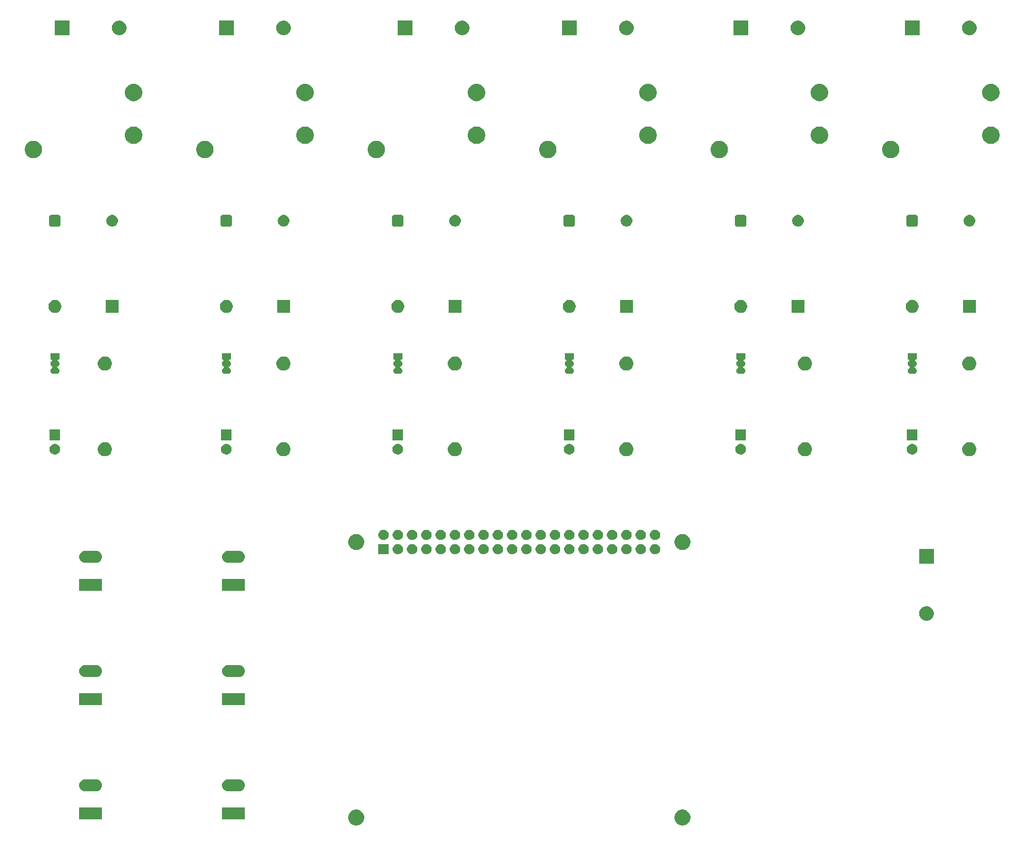
<source format=gbr>
G04 #@! TF.GenerationSoftware,KiCad,Pcbnew,5.1.5+dfsg1-2build2*
G04 #@! TF.CreationDate,2022-02-25T13:27:02+02:00*
G04 #@! TF.ProjectId,relayctl-hat,72656c61-7963-4746-9c2d-6861742e6b69,rev?*
G04 #@! TF.SameCoordinates,Original*
G04 #@! TF.FileFunction,Soldermask,Bot*
G04 #@! TF.FilePolarity,Negative*
%FSLAX46Y46*%
G04 Gerber Fmt 4.6, Leading zero omitted, Abs format (unit mm)*
G04 Created by KiCad (PCBNEW 5.1.5+dfsg1-2build2) date 2022-02-25 13:27:02*
%MOMM*%
%LPD*%
G04 APERTURE LIST*
%ADD10C,0.100000*%
G04 APERTURE END LIST*
D10*
G36*
X142445949Y-178438800D02*
G01*
X142705463Y-178546294D01*
X142705464Y-178546295D01*
X142939022Y-178702353D01*
X143137647Y-178900978D01*
X143137648Y-178900980D01*
X143293706Y-179134537D01*
X143401200Y-179394051D01*
X143456000Y-179669550D01*
X143456000Y-179950450D01*
X143401200Y-180225949D01*
X143293706Y-180485463D01*
X143293705Y-180485464D01*
X143137647Y-180719022D01*
X142939022Y-180917647D01*
X142821450Y-180996206D01*
X142705463Y-181073706D01*
X142445949Y-181181200D01*
X142170450Y-181236000D01*
X141889550Y-181236000D01*
X141614051Y-181181200D01*
X141354537Y-181073706D01*
X141238550Y-180996206D01*
X141120978Y-180917647D01*
X140922353Y-180719022D01*
X140766295Y-180485464D01*
X140766294Y-180485463D01*
X140658800Y-180225949D01*
X140604000Y-179950450D01*
X140604000Y-179669550D01*
X140658800Y-179394051D01*
X140766294Y-179134537D01*
X140922352Y-178900980D01*
X140922353Y-178900978D01*
X141120978Y-178702353D01*
X141354536Y-178546295D01*
X141354537Y-178546294D01*
X141614051Y-178438800D01*
X141889550Y-178384000D01*
X142170450Y-178384000D01*
X142445949Y-178438800D01*
G37*
G36*
X84445949Y-178438800D02*
G01*
X84705463Y-178546294D01*
X84705464Y-178546295D01*
X84939022Y-178702353D01*
X85137647Y-178900978D01*
X85137648Y-178900980D01*
X85293706Y-179134537D01*
X85401200Y-179394051D01*
X85456000Y-179669550D01*
X85456000Y-179950450D01*
X85401200Y-180225949D01*
X85293706Y-180485463D01*
X85293705Y-180485464D01*
X85137647Y-180719022D01*
X84939022Y-180917647D01*
X84821450Y-180996206D01*
X84705463Y-181073706D01*
X84445949Y-181181200D01*
X84170450Y-181236000D01*
X83889550Y-181236000D01*
X83614051Y-181181200D01*
X83354537Y-181073706D01*
X83238550Y-180996206D01*
X83120978Y-180917647D01*
X82922353Y-180719022D01*
X82766295Y-180485464D01*
X82766294Y-180485463D01*
X82658800Y-180225949D01*
X82604000Y-179950450D01*
X82604000Y-179669550D01*
X82658800Y-179394051D01*
X82766294Y-179134537D01*
X82922352Y-178900980D01*
X82922353Y-178900978D01*
X83120978Y-178702353D01*
X83354536Y-178546295D01*
X83354537Y-178546294D01*
X83614051Y-178438800D01*
X83889550Y-178384000D01*
X84170450Y-178384000D01*
X84445949Y-178438800D01*
G37*
G36*
X38861000Y-180111000D02*
G01*
X34799000Y-180111000D01*
X34799000Y-178029000D01*
X38861000Y-178029000D01*
X38861000Y-180111000D01*
G37*
G36*
X64261000Y-180111000D02*
G01*
X60199000Y-180111000D01*
X60199000Y-178029000D01*
X64261000Y-178029000D01*
X64261000Y-180111000D01*
G37*
G36*
X37922112Y-173034021D02*
G01*
X38024072Y-173044063D01*
X38220301Y-173103589D01*
X38220303Y-173103590D01*
X38401145Y-173200252D01*
X38559660Y-173330340D01*
X38689747Y-173488854D01*
X38786411Y-173669699D01*
X38845937Y-173865928D01*
X38866036Y-174070000D01*
X38845937Y-174274072D01*
X38786411Y-174470301D01*
X38786410Y-174470303D01*
X38689748Y-174651145D01*
X38559660Y-174809660D01*
X38401145Y-174939748D01*
X38220303Y-175036410D01*
X38220301Y-175036411D01*
X38024072Y-175095937D01*
X37922112Y-175105979D01*
X37871133Y-175111000D01*
X35788867Y-175111000D01*
X35737888Y-175105979D01*
X35635928Y-175095937D01*
X35439699Y-175036411D01*
X35439697Y-175036410D01*
X35258855Y-174939748D01*
X35100340Y-174809660D01*
X34970252Y-174651145D01*
X34873590Y-174470303D01*
X34873589Y-174470301D01*
X34814063Y-174274072D01*
X34793964Y-174070000D01*
X34814063Y-173865928D01*
X34873589Y-173669699D01*
X34970253Y-173488854D01*
X35100340Y-173330340D01*
X35258855Y-173200252D01*
X35439697Y-173103590D01*
X35439699Y-173103589D01*
X35635928Y-173044063D01*
X35737888Y-173034021D01*
X35788867Y-173029000D01*
X37871133Y-173029000D01*
X37922112Y-173034021D01*
G37*
G36*
X63322112Y-173034021D02*
G01*
X63424072Y-173044063D01*
X63620301Y-173103589D01*
X63620303Y-173103590D01*
X63801145Y-173200252D01*
X63959660Y-173330340D01*
X64089747Y-173488854D01*
X64186411Y-173669699D01*
X64245937Y-173865928D01*
X64266036Y-174070000D01*
X64245937Y-174274072D01*
X64186411Y-174470301D01*
X64186410Y-174470303D01*
X64089748Y-174651145D01*
X63959660Y-174809660D01*
X63801145Y-174939748D01*
X63620303Y-175036410D01*
X63620301Y-175036411D01*
X63424072Y-175095937D01*
X63322112Y-175105979D01*
X63271133Y-175111000D01*
X61188867Y-175111000D01*
X61137888Y-175105979D01*
X61035928Y-175095937D01*
X60839699Y-175036411D01*
X60839697Y-175036410D01*
X60658855Y-174939748D01*
X60500340Y-174809660D01*
X60370252Y-174651145D01*
X60273590Y-174470303D01*
X60273589Y-174470301D01*
X60214063Y-174274072D01*
X60193964Y-174070000D01*
X60214063Y-173865928D01*
X60273589Y-173669699D01*
X60370253Y-173488854D01*
X60500340Y-173330340D01*
X60658855Y-173200252D01*
X60839697Y-173103590D01*
X60839699Y-173103589D01*
X61035928Y-173044063D01*
X61137888Y-173034021D01*
X61188867Y-173029000D01*
X63271133Y-173029000D01*
X63322112Y-173034021D01*
G37*
G36*
X38861000Y-159791000D02*
G01*
X34799000Y-159791000D01*
X34799000Y-157709000D01*
X38861000Y-157709000D01*
X38861000Y-159791000D01*
G37*
G36*
X64261000Y-159791000D02*
G01*
X60199000Y-159791000D01*
X60199000Y-157709000D01*
X64261000Y-157709000D01*
X64261000Y-159791000D01*
G37*
G36*
X37922112Y-152714021D02*
G01*
X38024072Y-152724063D01*
X38220301Y-152783589D01*
X38220303Y-152783590D01*
X38401145Y-152880252D01*
X38559660Y-153010340D01*
X38689747Y-153168854D01*
X38786411Y-153349699D01*
X38845937Y-153545928D01*
X38866036Y-153750000D01*
X38845937Y-153954072D01*
X38786411Y-154150301D01*
X38786410Y-154150303D01*
X38689748Y-154331145D01*
X38559660Y-154489660D01*
X38401145Y-154619748D01*
X38220303Y-154716410D01*
X38220301Y-154716411D01*
X38024072Y-154775937D01*
X37922112Y-154785979D01*
X37871133Y-154791000D01*
X35788867Y-154791000D01*
X35737888Y-154785979D01*
X35635928Y-154775937D01*
X35439699Y-154716411D01*
X35439697Y-154716410D01*
X35258855Y-154619748D01*
X35100340Y-154489660D01*
X34970252Y-154331145D01*
X34873590Y-154150303D01*
X34873589Y-154150301D01*
X34814063Y-153954072D01*
X34793964Y-153750000D01*
X34814063Y-153545928D01*
X34873589Y-153349699D01*
X34970253Y-153168854D01*
X35100340Y-153010340D01*
X35258855Y-152880252D01*
X35439697Y-152783590D01*
X35439699Y-152783589D01*
X35635928Y-152724063D01*
X35737888Y-152714021D01*
X35788867Y-152709000D01*
X37871133Y-152709000D01*
X37922112Y-152714021D01*
G37*
G36*
X63322112Y-152714021D02*
G01*
X63424072Y-152724063D01*
X63620301Y-152783589D01*
X63620303Y-152783590D01*
X63801145Y-152880252D01*
X63959660Y-153010340D01*
X64089747Y-153168854D01*
X64186411Y-153349699D01*
X64245937Y-153545928D01*
X64266036Y-153750000D01*
X64245937Y-153954072D01*
X64186411Y-154150301D01*
X64186410Y-154150303D01*
X64089748Y-154331145D01*
X63959660Y-154489660D01*
X63801145Y-154619748D01*
X63620303Y-154716410D01*
X63620301Y-154716411D01*
X63424072Y-154775937D01*
X63322112Y-154785979D01*
X63271133Y-154791000D01*
X61188867Y-154791000D01*
X61137888Y-154785979D01*
X61035928Y-154775937D01*
X60839699Y-154716411D01*
X60839697Y-154716410D01*
X60658855Y-154619748D01*
X60500340Y-154489660D01*
X60370252Y-154331145D01*
X60273590Y-154150303D01*
X60273589Y-154150301D01*
X60214063Y-153954072D01*
X60193964Y-153750000D01*
X60214063Y-153545928D01*
X60273589Y-153349699D01*
X60370253Y-153168854D01*
X60500340Y-153010340D01*
X60658855Y-152880252D01*
X60839697Y-152783590D01*
X60839699Y-152783589D01*
X61035928Y-152724063D01*
X61137888Y-152714021D01*
X61188867Y-152709000D01*
X63271133Y-152709000D01*
X63322112Y-152714021D01*
G37*
G36*
X185799487Y-142258996D02*
G01*
X186036253Y-142357068D01*
X186036255Y-142357069D01*
X186249339Y-142499447D01*
X186430553Y-142680661D01*
X186572932Y-142893747D01*
X186671004Y-143130513D01*
X186721000Y-143381861D01*
X186721000Y-143638139D01*
X186671004Y-143889487D01*
X186572932Y-144126253D01*
X186572931Y-144126255D01*
X186430553Y-144339339D01*
X186249339Y-144520553D01*
X186036255Y-144662931D01*
X186036254Y-144662932D01*
X186036253Y-144662932D01*
X185799487Y-144761004D01*
X185548139Y-144811000D01*
X185291861Y-144811000D01*
X185040513Y-144761004D01*
X184803747Y-144662932D01*
X184803746Y-144662932D01*
X184803745Y-144662931D01*
X184590661Y-144520553D01*
X184409447Y-144339339D01*
X184267069Y-144126255D01*
X184267068Y-144126253D01*
X184168996Y-143889487D01*
X184119000Y-143638139D01*
X184119000Y-143381861D01*
X184168996Y-143130513D01*
X184267068Y-142893747D01*
X184409447Y-142680661D01*
X184590661Y-142499447D01*
X184803745Y-142357069D01*
X184803747Y-142357068D01*
X185040513Y-142258996D01*
X185291861Y-142209000D01*
X185548139Y-142209000D01*
X185799487Y-142258996D01*
G37*
G36*
X38861000Y-139471000D02*
G01*
X34799000Y-139471000D01*
X34799000Y-137389000D01*
X38861000Y-137389000D01*
X38861000Y-139471000D01*
G37*
G36*
X64261000Y-139471000D02*
G01*
X60199000Y-139471000D01*
X60199000Y-137389000D01*
X64261000Y-137389000D01*
X64261000Y-139471000D01*
G37*
G36*
X186721000Y-134651000D02*
G01*
X184119000Y-134651000D01*
X184119000Y-132049000D01*
X186721000Y-132049000D01*
X186721000Y-134651000D01*
G37*
G36*
X37922112Y-132394021D02*
G01*
X38024072Y-132404063D01*
X38220301Y-132463589D01*
X38220303Y-132463590D01*
X38401145Y-132560252D01*
X38559660Y-132690340D01*
X38689748Y-132848855D01*
X38754723Y-132970415D01*
X38786411Y-133029699D01*
X38845937Y-133225928D01*
X38866036Y-133430000D01*
X38845937Y-133634072D01*
X38786411Y-133830301D01*
X38786410Y-133830303D01*
X38689748Y-134011145D01*
X38559660Y-134169660D01*
X38401145Y-134299748D01*
X38220303Y-134396410D01*
X38220301Y-134396411D01*
X38024072Y-134455937D01*
X37922112Y-134465979D01*
X37871133Y-134471000D01*
X35788867Y-134471000D01*
X35737888Y-134465979D01*
X35635928Y-134455937D01*
X35439699Y-134396411D01*
X35439697Y-134396410D01*
X35258855Y-134299748D01*
X35100340Y-134169660D01*
X34970252Y-134011145D01*
X34873590Y-133830303D01*
X34873589Y-133830301D01*
X34814063Y-133634072D01*
X34793964Y-133430000D01*
X34814063Y-133225928D01*
X34873589Y-133029699D01*
X34905277Y-132970415D01*
X34970252Y-132848855D01*
X35100340Y-132690340D01*
X35258855Y-132560252D01*
X35439697Y-132463590D01*
X35439699Y-132463589D01*
X35635928Y-132404063D01*
X35737888Y-132394021D01*
X35788867Y-132389000D01*
X37871133Y-132389000D01*
X37922112Y-132394021D01*
G37*
G36*
X63322112Y-132394021D02*
G01*
X63424072Y-132404063D01*
X63620301Y-132463589D01*
X63620303Y-132463590D01*
X63801145Y-132560252D01*
X63959660Y-132690340D01*
X64089748Y-132848855D01*
X64154723Y-132970415D01*
X64186411Y-133029699D01*
X64245937Y-133225928D01*
X64266036Y-133430000D01*
X64245937Y-133634072D01*
X64186411Y-133830301D01*
X64186410Y-133830303D01*
X64089748Y-134011145D01*
X63959660Y-134169660D01*
X63801145Y-134299748D01*
X63620303Y-134396410D01*
X63620301Y-134396411D01*
X63424072Y-134455937D01*
X63322112Y-134465979D01*
X63271133Y-134471000D01*
X61188867Y-134471000D01*
X61137888Y-134465979D01*
X61035928Y-134455937D01*
X60839699Y-134396411D01*
X60839697Y-134396410D01*
X60658855Y-134299748D01*
X60500340Y-134169660D01*
X60370252Y-134011145D01*
X60273590Y-133830303D01*
X60273589Y-133830301D01*
X60214063Y-133634072D01*
X60193964Y-133430000D01*
X60214063Y-133225928D01*
X60273589Y-133029699D01*
X60305277Y-132970415D01*
X60370252Y-132848855D01*
X60500340Y-132690340D01*
X60658855Y-132560252D01*
X60839697Y-132463590D01*
X60839699Y-132463589D01*
X61035928Y-132404063D01*
X61137888Y-132394021D01*
X61188867Y-132389000D01*
X63271133Y-132389000D01*
X63322112Y-132394021D01*
G37*
G36*
X122190104Y-131189585D02*
G01*
X122358626Y-131259389D01*
X122510291Y-131360728D01*
X122639272Y-131489709D01*
X122740611Y-131641374D01*
X122810415Y-131809896D01*
X122846000Y-131988797D01*
X122846000Y-132171203D01*
X122810415Y-132350104D01*
X122740611Y-132518626D01*
X122639272Y-132670291D01*
X122510291Y-132799272D01*
X122358626Y-132900611D01*
X122190104Y-132970415D01*
X122011203Y-133006000D01*
X121828797Y-133006000D01*
X121649896Y-132970415D01*
X121481374Y-132900611D01*
X121329709Y-132799272D01*
X121200728Y-132670291D01*
X121099389Y-132518626D01*
X121029585Y-132350104D01*
X120994000Y-132171203D01*
X120994000Y-131988797D01*
X121029585Y-131809896D01*
X121099389Y-131641374D01*
X121200728Y-131489709D01*
X121329709Y-131360728D01*
X121481374Y-131259389D01*
X121649896Y-131189585D01*
X121828797Y-131154000D01*
X122011203Y-131154000D01*
X122190104Y-131189585D01*
G37*
G36*
X124730104Y-131189585D02*
G01*
X124898626Y-131259389D01*
X125050291Y-131360728D01*
X125179272Y-131489709D01*
X125280611Y-131641374D01*
X125350415Y-131809896D01*
X125386000Y-131988797D01*
X125386000Y-132171203D01*
X125350415Y-132350104D01*
X125280611Y-132518626D01*
X125179272Y-132670291D01*
X125050291Y-132799272D01*
X124898626Y-132900611D01*
X124730104Y-132970415D01*
X124551203Y-133006000D01*
X124368797Y-133006000D01*
X124189896Y-132970415D01*
X124021374Y-132900611D01*
X123869709Y-132799272D01*
X123740728Y-132670291D01*
X123639389Y-132518626D01*
X123569585Y-132350104D01*
X123534000Y-132171203D01*
X123534000Y-131988797D01*
X123569585Y-131809896D01*
X123639389Y-131641374D01*
X123740728Y-131489709D01*
X123869709Y-131360728D01*
X124021374Y-131259389D01*
X124189896Y-131189585D01*
X124368797Y-131154000D01*
X124551203Y-131154000D01*
X124730104Y-131189585D01*
G37*
G36*
X117110104Y-131189585D02*
G01*
X117278626Y-131259389D01*
X117430291Y-131360728D01*
X117559272Y-131489709D01*
X117660611Y-131641374D01*
X117730415Y-131809896D01*
X117766000Y-131988797D01*
X117766000Y-132171203D01*
X117730415Y-132350104D01*
X117660611Y-132518626D01*
X117559272Y-132670291D01*
X117430291Y-132799272D01*
X117278626Y-132900611D01*
X117110104Y-132970415D01*
X116931203Y-133006000D01*
X116748797Y-133006000D01*
X116569896Y-132970415D01*
X116401374Y-132900611D01*
X116249709Y-132799272D01*
X116120728Y-132670291D01*
X116019389Y-132518626D01*
X115949585Y-132350104D01*
X115914000Y-132171203D01*
X115914000Y-131988797D01*
X115949585Y-131809896D01*
X116019389Y-131641374D01*
X116120728Y-131489709D01*
X116249709Y-131360728D01*
X116401374Y-131259389D01*
X116569896Y-131189585D01*
X116748797Y-131154000D01*
X116931203Y-131154000D01*
X117110104Y-131189585D01*
G37*
G36*
X129810104Y-131189585D02*
G01*
X129978626Y-131259389D01*
X130130291Y-131360728D01*
X130259272Y-131489709D01*
X130360611Y-131641374D01*
X130430415Y-131809896D01*
X130466000Y-131988797D01*
X130466000Y-132171203D01*
X130430415Y-132350104D01*
X130360611Y-132518626D01*
X130259272Y-132670291D01*
X130130291Y-132799272D01*
X129978626Y-132900611D01*
X129810104Y-132970415D01*
X129631203Y-133006000D01*
X129448797Y-133006000D01*
X129269896Y-132970415D01*
X129101374Y-132900611D01*
X128949709Y-132799272D01*
X128820728Y-132670291D01*
X128719389Y-132518626D01*
X128649585Y-132350104D01*
X128614000Y-132171203D01*
X128614000Y-131988797D01*
X128649585Y-131809896D01*
X128719389Y-131641374D01*
X128820728Y-131489709D01*
X128949709Y-131360728D01*
X129101374Y-131259389D01*
X129269896Y-131189585D01*
X129448797Y-131154000D01*
X129631203Y-131154000D01*
X129810104Y-131189585D01*
G37*
G36*
X89826000Y-133006000D02*
G01*
X87974000Y-133006000D01*
X87974000Y-131154000D01*
X89826000Y-131154000D01*
X89826000Y-133006000D01*
G37*
G36*
X91710104Y-131189585D02*
G01*
X91878626Y-131259389D01*
X92030291Y-131360728D01*
X92159272Y-131489709D01*
X92260611Y-131641374D01*
X92330415Y-131809896D01*
X92366000Y-131988797D01*
X92366000Y-132171203D01*
X92330415Y-132350104D01*
X92260611Y-132518626D01*
X92159272Y-132670291D01*
X92030291Y-132799272D01*
X91878626Y-132900611D01*
X91710104Y-132970415D01*
X91531203Y-133006000D01*
X91348797Y-133006000D01*
X91169896Y-132970415D01*
X91001374Y-132900611D01*
X90849709Y-132799272D01*
X90720728Y-132670291D01*
X90619389Y-132518626D01*
X90549585Y-132350104D01*
X90514000Y-132171203D01*
X90514000Y-131988797D01*
X90549585Y-131809896D01*
X90619389Y-131641374D01*
X90720728Y-131489709D01*
X90849709Y-131360728D01*
X91001374Y-131259389D01*
X91169896Y-131189585D01*
X91348797Y-131154000D01*
X91531203Y-131154000D01*
X91710104Y-131189585D01*
G37*
G36*
X94250104Y-131189585D02*
G01*
X94418626Y-131259389D01*
X94570291Y-131360728D01*
X94699272Y-131489709D01*
X94800611Y-131641374D01*
X94870415Y-131809896D01*
X94906000Y-131988797D01*
X94906000Y-132171203D01*
X94870415Y-132350104D01*
X94800611Y-132518626D01*
X94699272Y-132670291D01*
X94570291Y-132799272D01*
X94418626Y-132900611D01*
X94250104Y-132970415D01*
X94071203Y-133006000D01*
X93888797Y-133006000D01*
X93709896Y-132970415D01*
X93541374Y-132900611D01*
X93389709Y-132799272D01*
X93260728Y-132670291D01*
X93159389Y-132518626D01*
X93089585Y-132350104D01*
X93054000Y-132171203D01*
X93054000Y-131988797D01*
X93089585Y-131809896D01*
X93159389Y-131641374D01*
X93260728Y-131489709D01*
X93389709Y-131360728D01*
X93541374Y-131259389D01*
X93709896Y-131189585D01*
X93888797Y-131154000D01*
X94071203Y-131154000D01*
X94250104Y-131189585D01*
G37*
G36*
X96790104Y-131189585D02*
G01*
X96958626Y-131259389D01*
X97110291Y-131360728D01*
X97239272Y-131489709D01*
X97340611Y-131641374D01*
X97410415Y-131809896D01*
X97446000Y-131988797D01*
X97446000Y-132171203D01*
X97410415Y-132350104D01*
X97340611Y-132518626D01*
X97239272Y-132670291D01*
X97110291Y-132799272D01*
X96958626Y-132900611D01*
X96790104Y-132970415D01*
X96611203Y-133006000D01*
X96428797Y-133006000D01*
X96249896Y-132970415D01*
X96081374Y-132900611D01*
X95929709Y-132799272D01*
X95800728Y-132670291D01*
X95699389Y-132518626D01*
X95629585Y-132350104D01*
X95594000Y-132171203D01*
X95594000Y-131988797D01*
X95629585Y-131809896D01*
X95699389Y-131641374D01*
X95800728Y-131489709D01*
X95929709Y-131360728D01*
X96081374Y-131259389D01*
X96249896Y-131189585D01*
X96428797Y-131154000D01*
X96611203Y-131154000D01*
X96790104Y-131189585D01*
G37*
G36*
X99330104Y-131189585D02*
G01*
X99498626Y-131259389D01*
X99650291Y-131360728D01*
X99779272Y-131489709D01*
X99880611Y-131641374D01*
X99950415Y-131809896D01*
X99986000Y-131988797D01*
X99986000Y-132171203D01*
X99950415Y-132350104D01*
X99880611Y-132518626D01*
X99779272Y-132670291D01*
X99650291Y-132799272D01*
X99498626Y-132900611D01*
X99330104Y-132970415D01*
X99151203Y-133006000D01*
X98968797Y-133006000D01*
X98789896Y-132970415D01*
X98621374Y-132900611D01*
X98469709Y-132799272D01*
X98340728Y-132670291D01*
X98239389Y-132518626D01*
X98169585Y-132350104D01*
X98134000Y-132171203D01*
X98134000Y-131988797D01*
X98169585Y-131809896D01*
X98239389Y-131641374D01*
X98340728Y-131489709D01*
X98469709Y-131360728D01*
X98621374Y-131259389D01*
X98789896Y-131189585D01*
X98968797Y-131154000D01*
X99151203Y-131154000D01*
X99330104Y-131189585D01*
G37*
G36*
X101870104Y-131189585D02*
G01*
X102038626Y-131259389D01*
X102190291Y-131360728D01*
X102319272Y-131489709D01*
X102420611Y-131641374D01*
X102490415Y-131809896D01*
X102526000Y-131988797D01*
X102526000Y-132171203D01*
X102490415Y-132350104D01*
X102420611Y-132518626D01*
X102319272Y-132670291D01*
X102190291Y-132799272D01*
X102038626Y-132900611D01*
X101870104Y-132970415D01*
X101691203Y-133006000D01*
X101508797Y-133006000D01*
X101329896Y-132970415D01*
X101161374Y-132900611D01*
X101009709Y-132799272D01*
X100880728Y-132670291D01*
X100779389Y-132518626D01*
X100709585Y-132350104D01*
X100674000Y-132171203D01*
X100674000Y-131988797D01*
X100709585Y-131809896D01*
X100779389Y-131641374D01*
X100880728Y-131489709D01*
X101009709Y-131360728D01*
X101161374Y-131259389D01*
X101329896Y-131189585D01*
X101508797Y-131154000D01*
X101691203Y-131154000D01*
X101870104Y-131189585D01*
G37*
G36*
X104410104Y-131189585D02*
G01*
X104578626Y-131259389D01*
X104730291Y-131360728D01*
X104859272Y-131489709D01*
X104960611Y-131641374D01*
X105030415Y-131809896D01*
X105066000Y-131988797D01*
X105066000Y-132171203D01*
X105030415Y-132350104D01*
X104960611Y-132518626D01*
X104859272Y-132670291D01*
X104730291Y-132799272D01*
X104578626Y-132900611D01*
X104410104Y-132970415D01*
X104231203Y-133006000D01*
X104048797Y-133006000D01*
X103869896Y-132970415D01*
X103701374Y-132900611D01*
X103549709Y-132799272D01*
X103420728Y-132670291D01*
X103319389Y-132518626D01*
X103249585Y-132350104D01*
X103214000Y-132171203D01*
X103214000Y-131988797D01*
X103249585Y-131809896D01*
X103319389Y-131641374D01*
X103420728Y-131489709D01*
X103549709Y-131360728D01*
X103701374Y-131259389D01*
X103869896Y-131189585D01*
X104048797Y-131154000D01*
X104231203Y-131154000D01*
X104410104Y-131189585D01*
G37*
G36*
X106950104Y-131189585D02*
G01*
X107118626Y-131259389D01*
X107270291Y-131360728D01*
X107399272Y-131489709D01*
X107500611Y-131641374D01*
X107570415Y-131809896D01*
X107606000Y-131988797D01*
X107606000Y-132171203D01*
X107570415Y-132350104D01*
X107500611Y-132518626D01*
X107399272Y-132670291D01*
X107270291Y-132799272D01*
X107118626Y-132900611D01*
X106950104Y-132970415D01*
X106771203Y-133006000D01*
X106588797Y-133006000D01*
X106409896Y-132970415D01*
X106241374Y-132900611D01*
X106089709Y-132799272D01*
X105960728Y-132670291D01*
X105859389Y-132518626D01*
X105789585Y-132350104D01*
X105754000Y-132171203D01*
X105754000Y-131988797D01*
X105789585Y-131809896D01*
X105859389Y-131641374D01*
X105960728Y-131489709D01*
X106089709Y-131360728D01*
X106241374Y-131259389D01*
X106409896Y-131189585D01*
X106588797Y-131154000D01*
X106771203Y-131154000D01*
X106950104Y-131189585D01*
G37*
G36*
X109490104Y-131189585D02*
G01*
X109658626Y-131259389D01*
X109810291Y-131360728D01*
X109939272Y-131489709D01*
X110040611Y-131641374D01*
X110110415Y-131809896D01*
X110146000Y-131988797D01*
X110146000Y-132171203D01*
X110110415Y-132350104D01*
X110040611Y-132518626D01*
X109939272Y-132670291D01*
X109810291Y-132799272D01*
X109658626Y-132900611D01*
X109490104Y-132970415D01*
X109311203Y-133006000D01*
X109128797Y-133006000D01*
X108949896Y-132970415D01*
X108781374Y-132900611D01*
X108629709Y-132799272D01*
X108500728Y-132670291D01*
X108399389Y-132518626D01*
X108329585Y-132350104D01*
X108294000Y-132171203D01*
X108294000Y-131988797D01*
X108329585Y-131809896D01*
X108399389Y-131641374D01*
X108500728Y-131489709D01*
X108629709Y-131360728D01*
X108781374Y-131259389D01*
X108949896Y-131189585D01*
X109128797Y-131154000D01*
X109311203Y-131154000D01*
X109490104Y-131189585D01*
G37*
G36*
X112030104Y-131189585D02*
G01*
X112198626Y-131259389D01*
X112350291Y-131360728D01*
X112479272Y-131489709D01*
X112580611Y-131641374D01*
X112650415Y-131809896D01*
X112686000Y-131988797D01*
X112686000Y-132171203D01*
X112650415Y-132350104D01*
X112580611Y-132518626D01*
X112479272Y-132670291D01*
X112350291Y-132799272D01*
X112198626Y-132900611D01*
X112030104Y-132970415D01*
X111851203Y-133006000D01*
X111668797Y-133006000D01*
X111489896Y-132970415D01*
X111321374Y-132900611D01*
X111169709Y-132799272D01*
X111040728Y-132670291D01*
X110939389Y-132518626D01*
X110869585Y-132350104D01*
X110834000Y-132171203D01*
X110834000Y-131988797D01*
X110869585Y-131809896D01*
X110939389Y-131641374D01*
X111040728Y-131489709D01*
X111169709Y-131360728D01*
X111321374Y-131259389D01*
X111489896Y-131189585D01*
X111668797Y-131154000D01*
X111851203Y-131154000D01*
X112030104Y-131189585D01*
G37*
G36*
X114570104Y-131189585D02*
G01*
X114738626Y-131259389D01*
X114890291Y-131360728D01*
X115019272Y-131489709D01*
X115120611Y-131641374D01*
X115190415Y-131809896D01*
X115226000Y-131988797D01*
X115226000Y-132171203D01*
X115190415Y-132350104D01*
X115120611Y-132518626D01*
X115019272Y-132670291D01*
X114890291Y-132799272D01*
X114738626Y-132900611D01*
X114570104Y-132970415D01*
X114391203Y-133006000D01*
X114208797Y-133006000D01*
X114029896Y-132970415D01*
X113861374Y-132900611D01*
X113709709Y-132799272D01*
X113580728Y-132670291D01*
X113479389Y-132518626D01*
X113409585Y-132350104D01*
X113374000Y-132171203D01*
X113374000Y-131988797D01*
X113409585Y-131809896D01*
X113479389Y-131641374D01*
X113580728Y-131489709D01*
X113709709Y-131360728D01*
X113861374Y-131259389D01*
X114029896Y-131189585D01*
X114208797Y-131154000D01*
X114391203Y-131154000D01*
X114570104Y-131189585D01*
G37*
G36*
X119650104Y-131189585D02*
G01*
X119818626Y-131259389D01*
X119970291Y-131360728D01*
X120099272Y-131489709D01*
X120200611Y-131641374D01*
X120270415Y-131809896D01*
X120306000Y-131988797D01*
X120306000Y-132171203D01*
X120270415Y-132350104D01*
X120200611Y-132518626D01*
X120099272Y-132670291D01*
X119970291Y-132799272D01*
X119818626Y-132900611D01*
X119650104Y-132970415D01*
X119471203Y-133006000D01*
X119288797Y-133006000D01*
X119109896Y-132970415D01*
X118941374Y-132900611D01*
X118789709Y-132799272D01*
X118660728Y-132670291D01*
X118559389Y-132518626D01*
X118489585Y-132350104D01*
X118454000Y-132171203D01*
X118454000Y-131988797D01*
X118489585Y-131809896D01*
X118559389Y-131641374D01*
X118660728Y-131489709D01*
X118789709Y-131360728D01*
X118941374Y-131259389D01*
X119109896Y-131189585D01*
X119288797Y-131154000D01*
X119471203Y-131154000D01*
X119650104Y-131189585D01*
G37*
G36*
X127270104Y-131189585D02*
G01*
X127438626Y-131259389D01*
X127590291Y-131360728D01*
X127719272Y-131489709D01*
X127820611Y-131641374D01*
X127890415Y-131809896D01*
X127926000Y-131988797D01*
X127926000Y-132171203D01*
X127890415Y-132350104D01*
X127820611Y-132518626D01*
X127719272Y-132670291D01*
X127590291Y-132799272D01*
X127438626Y-132900611D01*
X127270104Y-132970415D01*
X127091203Y-133006000D01*
X126908797Y-133006000D01*
X126729896Y-132970415D01*
X126561374Y-132900611D01*
X126409709Y-132799272D01*
X126280728Y-132670291D01*
X126179389Y-132518626D01*
X126109585Y-132350104D01*
X126074000Y-132171203D01*
X126074000Y-131988797D01*
X126109585Y-131809896D01*
X126179389Y-131641374D01*
X126280728Y-131489709D01*
X126409709Y-131360728D01*
X126561374Y-131259389D01*
X126729896Y-131189585D01*
X126908797Y-131154000D01*
X127091203Y-131154000D01*
X127270104Y-131189585D01*
G37*
G36*
X132350104Y-131189585D02*
G01*
X132518626Y-131259389D01*
X132670291Y-131360728D01*
X132799272Y-131489709D01*
X132900611Y-131641374D01*
X132970415Y-131809896D01*
X133006000Y-131988797D01*
X133006000Y-132171203D01*
X132970415Y-132350104D01*
X132900611Y-132518626D01*
X132799272Y-132670291D01*
X132670291Y-132799272D01*
X132518626Y-132900611D01*
X132350104Y-132970415D01*
X132171203Y-133006000D01*
X131988797Y-133006000D01*
X131809896Y-132970415D01*
X131641374Y-132900611D01*
X131489709Y-132799272D01*
X131360728Y-132670291D01*
X131259389Y-132518626D01*
X131189585Y-132350104D01*
X131154000Y-132171203D01*
X131154000Y-131988797D01*
X131189585Y-131809896D01*
X131259389Y-131641374D01*
X131360728Y-131489709D01*
X131489709Y-131360728D01*
X131641374Y-131259389D01*
X131809896Y-131189585D01*
X131988797Y-131154000D01*
X132171203Y-131154000D01*
X132350104Y-131189585D01*
G37*
G36*
X137430104Y-131189585D02*
G01*
X137598626Y-131259389D01*
X137750291Y-131360728D01*
X137879272Y-131489709D01*
X137980611Y-131641374D01*
X138050415Y-131809896D01*
X138086000Y-131988797D01*
X138086000Y-132171203D01*
X138050415Y-132350104D01*
X137980611Y-132518626D01*
X137879272Y-132670291D01*
X137750291Y-132799272D01*
X137598626Y-132900611D01*
X137430104Y-132970415D01*
X137251203Y-133006000D01*
X137068797Y-133006000D01*
X136889896Y-132970415D01*
X136721374Y-132900611D01*
X136569709Y-132799272D01*
X136440728Y-132670291D01*
X136339389Y-132518626D01*
X136269585Y-132350104D01*
X136234000Y-132171203D01*
X136234000Y-131988797D01*
X136269585Y-131809896D01*
X136339389Y-131641374D01*
X136440728Y-131489709D01*
X136569709Y-131360728D01*
X136721374Y-131259389D01*
X136889896Y-131189585D01*
X137068797Y-131154000D01*
X137251203Y-131154000D01*
X137430104Y-131189585D01*
G37*
G36*
X134890104Y-131189585D02*
G01*
X135058626Y-131259389D01*
X135210291Y-131360728D01*
X135339272Y-131489709D01*
X135440611Y-131641374D01*
X135510415Y-131809896D01*
X135546000Y-131988797D01*
X135546000Y-132171203D01*
X135510415Y-132350104D01*
X135440611Y-132518626D01*
X135339272Y-132670291D01*
X135210291Y-132799272D01*
X135058626Y-132900611D01*
X134890104Y-132970415D01*
X134711203Y-133006000D01*
X134528797Y-133006000D01*
X134349896Y-132970415D01*
X134181374Y-132900611D01*
X134029709Y-132799272D01*
X133900728Y-132670291D01*
X133799389Y-132518626D01*
X133729585Y-132350104D01*
X133694000Y-132171203D01*
X133694000Y-131988797D01*
X133729585Y-131809896D01*
X133799389Y-131641374D01*
X133900728Y-131489709D01*
X134029709Y-131360728D01*
X134181374Y-131259389D01*
X134349896Y-131189585D01*
X134528797Y-131154000D01*
X134711203Y-131154000D01*
X134890104Y-131189585D01*
G37*
G36*
X84445949Y-129438800D02*
G01*
X84705463Y-129546294D01*
X84705464Y-129546295D01*
X84939022Y-129702353D01*
X85137647Y-129900978D01*
X85216206Y-130018550D01*
X85293706Y-130134537D01*
X85401200Y-130394051D01*
X85456000Y-130669550D01*
X85456000Y-130950450D01*
X85401200Y-131225949D01*
X85293706Y-131485463D01*
X85293705Y-131485464D01*
X85137647Y-131719022D01*
X84939022Y-131917647D01*
X84832538Y-131988797D01*
X84705463Y-132073706D01*
X84445949Y-132181200D01*
X84170450Y-132236000D01*
X83889550Y-132236000D01*
X83614051Y-132181200D01*
X83354537Y-132073706D01*
X83227462Y-131988797D01*
X83120978Y-131917647D01*
X82922353Y-131719022D01*
X82766295Y-131485464D01*
X82766294Y-131485463D01*
X82658800Y-131225949D01*
X82604000Y-130950450D01*
X82604000Y-130669550D01*
X82658800Y-130394051D01*
X82766294Y-130134537D01*
X82843794Y-130018550D01*
X82922353Y-129900978D01*
X83120978Y-129702353D01*
X83354536Y-129546295D01*
X83354537Y-129546294D01*
X83614051Y-129438800D01*
X83889550Y-129384000D01*
X84170450Y-129384000D01*
X84445949Y-129438800D01*
G37*
G36*
X142445949Y-129438800D02*
G01*
X142705463Y-129546294D01*
X142705464Y-129546295D01*
X142939022Y-129702353D01*
X143137647Y-129900978D01*
X143216206Y-130018550D01*
X143293706Y-130134537D01*
X143401200Y-130394051D01*
X143456000Y-130669550D01*
X143456000Y-130950450D01*
X143401200Y-131225949D01*
X143293706Y-131485463D01*
X143293705Y-131485464D01*
X143137647Y-131719022D01*
X142939022Y-131917647D01*
X142832538Y-131988797D01*
X142705463Y-132073706D01*
X142445949Y-132181200D01*
X142170450Y-132236000D01*
X141889550Y-132236000D01*
X141614051Y-132181200D01*
X141354537Y-132073706D01*
X141227462Y-131988797D01*
X141120978Y-131917647D01*
X140922353Y-131719022D01*
X140766295Y-131485464D01*
X140766294Y-131485463D01*
X140658800Y-131225949D01*
X140604000Y-130950450D01*
X140604000Y-130669550D01*
X140658800Y-130394051D01*
X140766294Y-130134537D01*
X140843794Y-130018550D01*
X140922353Y-129900978D01*
X141120978Y-129702353D01*
X141354536Y-129546295D01*
X141354537Y-129546294D01*
X141614051Y-129438800D01*
X141889550Y-129384000D01*
X142170450Y-129384000D01*
X142445949Y-129438800D01*
G37*
G36*
X114570104Y-128649585D02*
G01*
X114738626Y-128719389D01*
X114890291Y-128820728D01*
X115019272Y-128949709D01*
X115120611Y-129101374D01*
X115190415Y-129269896D01*
X115226000Y-129448797D01*
X115226000Y-129631203D01*
X115190415Y-129810104D01*
X115120611Y-129978626D01*
X115019272Y-130130291D01*
X114890291Y-130259272D01*
X114738626Y-130360611D01*
X114570104Y-130430415D01*
X114391203Y-130466000D01*
X114208797Y-130466000D01*
X114029896Y-130430415D01*
X113861374Y-130360611D01*
X113709709Y-130259272D01*
X113580728Y-130130291D01*
X113479389Y-129978626D01*
X113409585Y-129810104D01*
X113374000Y-129631203D01*
X113374000Y-129448797D01*
X113409585Y-129269896D01*
X113479389Y-129101374D01*
X113580728Y-128949709D01*
X113709709Y-128820728D01*
X113861374Y-128719389D01*
X114029896Y-128649585D01*
X114208797Y-128614000D01*
X114391203Y-128614000D01*
X114570104Y-128649585D01*
G37*
G36*
X91710104Y-128649585D02*
G01*
X91878626Y-128719389D01*
X92030291Y-128820728D01*
X92159272Y-128949709D01*
X92260611Y-129101374D01*
X92330415Y-129269896D01*
X92366000Y-129448797D01*
X92366000Y-129631203D01*
X92330415Y-129810104D01*
X92260611Y-129978626D01*
X92159272Y-130130291D01*
X92030291Y-130259272D01*
X91878626Y-130360611D01*
X91710104Y-130430415D01*
X91531203Y-130466000D01*
X91348797Y-130466000D01*
X91169896Y-130430415D01*
X91001374Y-130360611D01*
X90849709Y-130259272D01*
X90720728Y-130130291D01*
X90619389Y-129978626D01*
X90549585Y-129810104D01*
X90514000Y-129631203D01*
X90514000Y-129448797D01*
X90549585Y-129269896D01*
X90619389Y-129101374D01*
X90720728Y-128949709D01*
X90849709Y-128820728D01*
X91001374Y-128719389D01*
X91169896Y-128649585D01*
X91348797Y-128614000D01*
X91531203Y-128614000D01*
X91710104Y-128649585D01*
G37*
G36*
X101870104Y-128649585D02*
G01*
X102038626Y-128719389D01*
X102190291Y-128820728D01*
X102319272Y-128949709D01*
X102420611Y-129101374D01*
X102490415Y-129269896D01*
X102526000Y-129448797D01*
X102526000Y-129631203D01*
X102490415Y-129810104D01*
X102420611Y-129978626D01*
X102319272Y-130130291D01*
X102190291Y-130259272D01*
X102038626Y-130360611D01*
X101870104Y-130430415D01*
X101691203Y-130466000D01*
X101508797Y-130466000D01*
X101329896Y-130430415D01*
X101161374Y-130360611D01*
X101009709Y-130259272D01*
X100880728Y-130130291D01*
X100779389Y-129978626D01*
X100709585Y-129810104D01*
X100674000Y-129631203D01*
X100674000Y-129448797D01*
X100709585Y-129269896D01*
X100779389Y-129101374D01*
X100880728Y-128949709D01*
X101009709Y-128820728D01*
X101161374Y-128719389D01*
X101329896Y-128649585D01*
X101508797Y-128614000D01*
X101691203Y-128614000D01*
X101870104Y-128649585D01*
G37*
G36*
X99330104Y-128649585D02*
G01*
X99498626Y-128719389D01*
X99650291Y-128820728D01*
X99779272Y-128949709D01*
X99880611Y-129101374D01*
X99950415Y-129269896D01*
X99986000Y-129448797D01*
X99986000Y-129631203D01*
X99950415Y-129810104D01*
X99880611Y-129978626D01*
X99779272Y-130130291D01*
X99650291Y-130259272D01*
X99498626Y-130360611D01*
X99330104Y-130430415D01*
X99151203Y-130466000D01*
X98968797Y-130466000D01*
X98789896Y-130430415D01*
X98621374Y-130360611D01*
X98469709Y-130259272D01*
X98340728Y-130130291D01*
X98239389Y-129978626D01*
X98169585Y-129810104D01*
X98134000Y-129631203D01*
X98134000Y-129448797D01*
X98169585Y-129269896D01*
X98239389Y-129101374D01*
X98340728Y-128949709D01*
X98469709Y-128820728D01*
X98621374Y-128719389D01*
X98789896Y-128649585D01*
X98968797Y-128614000D01*
X99151203Y-128614000D01*
X99330104Y-128649585D01*
G37*
G36*
X96790104Y-128649585D02*
G01*
X96958626Y-128719389D01*
X97110291Y-128820728D01*
X97239272Y-128949709D01*
X97340611Y-129101374D01*
X97410415Y-129269896D01*
X97446000Y-129448797D01*
X97446000Y-129631203D01*
X97410415Y-129810104D01*
X97340611Y-129978626D01*
X97239272Y-130130291D01*
X97110291Y-130259272D01*
X96958626Y-130360611D01*
X96790104Y-130430415D01*
X96611203Y-130466000D01*
X96428797Y-130466000D01*
X96249896Y-130430415D01*
X96081374Y-130360611D01*
X95929709Y-130259272D01*
X95800728Y-130130291D01*
X95699389Y-129978626D01*
X95629585Y-129810104D01*
X95594000Y-129631203D01*
X95594000Y-129448797D01*
X95629585Y-129269896D01*
X95699389Y-129101374D01*
X95800728Y-128949709D01*
X95929709Y-128820728D01*
X96081374Y-128719389D01*
X96249896Y-128649585D01*
X96428797Y-128614000D01*
X96611203Y-128614000D01*
X96790104Y-128649585D01*
G37*
G36*
X94250104Y-128649585D02*
G01*
X94418626Y-128719389D01*
X94570291Y-128820728D01*
X94699272Y-128949709D01*
X94800611Y-129101374D01*
X94870415Y-129269896D01*
X94906000Y-129448797D01*
X94906000Y-129631203D01*
X94870415Y-129810104D01*
X94800611Y-129978626D01*
X94699272Y-130130291D01*
X94570291Y-130259272D01*
X94418626Y-130360611D01*
X94250104Y-130430415D01*
X94071203Y-130466000D01*
X93888797Y-130466000D01*
X93709896Y-130430415D01*
X93541374Y-130360611D01*
X93389709Y-130259272D01*
X93260728Y-130130291D01*
X93159389Y-129978626D01*
X93089585Y-129810104D01*
X93054000Y-129631203D01*
X93054000Y-129448797D01*
X93089585Y-129269896D01*
X93159389Y-129101374D01*
X93260728Y-128949709D01*
X93389709Y-128820728D01*
X93541374Y-128719389D01*
X93709896Y-128649585D01*
X93888797Y-128614000D01*
X94071203Y-128614000D01*
X94250104Y-128649585D01*
G37*
G36*
X89170104Y-128649585D02*
G01*
X89338626Y-128719389D01*
X89490291Y-128820728D01*
X89619272Y-128949709D01*
X89720611Y-129101374D01*
X89790415Y-129269896D01*
X89826000Y-129448797D01*
X89826000Y-129631203D01*
X89790415Y-129810104D01*
X89720611Y-129978626D01*
X89619272Y-130130291D01*
X89490291Y-130259272D01*
X89338626Y-130360611D01*
X89170104Y-130430415D01*
X88991203Y-130466000D01*
X88808797Y-130466000D01*
X88629896Y-130430415D01*
X88461374Y-130360611D01*
X88309709Y-130259272D01*
X88180728Y-130130291D01*
X88079389Y-129978626D01*
X88009585Y-129810104D01*
X87974000Y-129631203D01*
X87974000Y-129448797D01*
X88009585Y-129269896D01*
X88079389Y-129101374D01*
X88180728Y-128949709D01*
X88309709Y-128820728D01*
X88461374Y-128719389D01*
X88629896Y-128649585D01*
X88808797Y-128614000D01*
X88991203Y-128614000D01*
X89170104Y-128649585D01*
G37*
G36*
X104410104Y-128649585D02*
G01*
X104578626Y-128719389D01*
X104730291Y-128820728D01*
X104859272Y-128949709D01*
X104960611Y-129101374D01*
X105030415Y-129269896D01*
X105066000Y-129448797D01*
X105066000Y-129631203D01*
X105030415Y-129810104D01*
X104960611Y-129978626D01*
X104859272Y-130130291D01*
X104730291Y-130259272D01*
X104578626Y-130360611D01*
X104410104Y-130430415D01*
X104231203Y-130466000D01*
X104048797Y-130466000D01*
X103869896Y-130430415D01*
X103701374Y-130360611D01*
X103549709Y-130259272D01*
X103420728Y-130130291D01*
X103319389Y-129978626D01*
X103249585Y-129810104D01*
X103214000Y-129631203D01*
X103214000Y-129448797D01*
X103249585Y-129269896D01*
X103319389Y-129101374D01*
X103420728Y-128949709D01*
X103549709Y-128820728D01*
X103701374Y-128719389D01*
X103869896Y-128649585D01*
X104048797Y-128614000D01*
X104231203Y-128614000D01*
X104410104Y-128649585D01*
G37*
G36*
X106950104Y-128649585D02*
G01*
X107118626Y-128719389D01*
X107270291Y-128820728D01*
X107399272Y-128949709D01*
X107500611Y-129101374D01*
X107570415Y-129269896D01*
X107606000Y-129448797D01*
X107606000Y-129631203D01*
X107570415Y-129810104D01*
X107500611Y-129978626D01*
X107399272Y-130130291D01*
X107270291Y-130259272D01*
X107118626Y-130360611D01*
X106950104Y-130430415D01*
X106771203Y-130466000D01*
X106588797Y-130466000D01*
X106409896Y-130430415D01*
X106241374Y-130360611D01*
X106089709Y-130259272D01*
X105960728Y-130130291D01*
X105859389Y-129978626D01*
X105789585Y-129810104D01*
X105754000Y-129631203D01*
X105754000Y-129448797D01*
X105789585Y-129269896D01*
X105859389Y-129101374D01*
X105960728Y-128949709D01*
X106089709Y-128820728D01*
X106241374Y-128719389D01*
X106409896Y-128649585D01*
X106588797Y-128614000D01*
X106771203Y-128614000D01*
X106950104Y-128649585D01*
G37*
G36*
X109490104Y-128649585D02*
G01*
X109658626Y-128719389D01*
X109810291Y-128820728D01*
X109939272Y-128949709D01*
X110040611Y-129101374D01*
X110110415Y-129269896D01*
X110146000Y-129448797D01*
X110146000Y-129631203D01*
X110110415Y-129810104D01*
X110040611Y-129978626D01*
X109939272Y-130130291D01*
X109810291Y-130259272D01*
X109658626Y-130360611D01*
X109490104Y-130430415D01*
X109311203Y-130466000D01*
X109128797Y-130466000D01*
X108949896Y-130430415D01*
X108781374Y-130360611D01*
X108629709Y-130259272D01*
X108500728Y-130130291D01*
X108399389Y-129978626D01*
X108329585Y-129810104D01*
X108294000Y-129631203D01*
X108294000Y-129448797D01*
X108329585Y-129269896D01*
X108399389Y-129101374D01*
X108500728Y-128949709D01*
X108629709Y-128820728D01*
X108781374Y-128719389D01*
X108949896Y-128649585D01*
X109128797Y-128614000D01*
X109311203Y-128614000D01*
X109490104Y-128649585D01*
G37*
G36*
X112030104Y-128649585D02*
G01*
X112198626Y-128719389D01*
X112350291Y-128820728D01*
X112479272Y-128949709D01*
X112580611Y-129101374D01*
X112650415Y-129269896D01*
X112686000Y-129448797D01*
X112686000Y-129631203D01*
X112650415Y-129810104D01*
X112580611Y-129978626D01*
X112479272Y-130130291D01*
X112350291Y-130259272D01*
X112198626Y-130360611D01*
X112030104Y-130430415D01*
X111851203Y-130466000D01*
X111668797Y-130466000D01*
X111489896Y-130430415D01*
X111321374Y-130360611D01*
X111169709Y-130259272D01*
X111040728Y-130130291D01*
X110939389Y-129978626D01*
X110869585Y-129810104D01*
X110834000Y-129631203D01*
X110834000Y-129448797D01*
X110869585Y-129269896D01*
X110939389Y-129101374D01*
X111040728Y-128949709D01*
X111169709Y-128820728D01*
X111321374Y-128719389D01*
X111489896Y-128649585D01*
X111668797Y-128614000D01*
X111851203Y-128614000D01*
X112030104Y-128649585D01*
G37*
G36*
X134890104Y-128649585D02*
G01*
X135058626Y-128719389D01*
X135210291Y-128820728D01*
X135339272Y-128949709D01*
X135440611Y-129101374D01*
X135510415Y-129269896D01*
X135546000Y-129448797D01*
X135546000Y-129631203D01*
X135510415Y-129810104D01*
X135440611Y-129978626D01*
X135339272Y-130130291D01*
X135210291Y-130259272D01*
X135058626Y-130360611D01*
X134890104Y-130430415D01*
X134711203Y-130466000D01*
X134528797Y-130466000D01*
X134349896Y-130430415D01*
X134181374Y-130360611D01*
X134029709Y-130259272D01*
X133900728Y-130130291D01*
X133799389Y-129978626D01*
X133729585Y-129810104D01*
X133694000Y-129631203D01*
X133694000Y-129448797D01*
X133729585Y-129269896D01*
X133799389Y-129101374D01*
X133900728Y-128949709D01*
X134029709Y-128820728D01*
X134181374Y-128719389D01*
X134349896Y-128649585D01*
X134528797Y-128614000D01*
X134711203Y-128614000D01*
X134890104Y-128649585D01*
G37*
G36*
X124730104Y-128649585D02*
G01*
X124898626Y-128719389D01*
X125050291Y-128820728D01*
X125179272Y-128949709D01*
X125280611Y-129101374D01*
X125350415Y-129269896D01*
X125386000Y-129448797D01*
X125386000Y-129631203D01*
X125350415Y-129810104D01*
X125280611Y-129978626D01*
X125179272Y-130130291D01*
X125050291Y-130259272D01*
X124898626Y-130360611D01*
X124730104Y-130430415D01*
X124551203Y-130466000D01*
X124368797Y-130466000D01*
X124189896Y-130430415D01*
X124021374Y-130360611D01*
X123869709Y-130259272D01*
X123740728Y-130130291D01*
X123639389Y-129978626D01*
X123569585Y-129810104D01*
X123534000Y-129631203D01*
X123534000Y-129448797D01*
X123569585Y-129269896D01*
X123639389Y-129101374D01*
X123740728Y-128949709D01*
X123869709Y-128820728D01*
X124021374Y-128719389D01*
X124189896Y-128649585D01*
X124368797Y-128614000D01*
X124551203Y-128614000D01*
X124730104Y-128649585D01*
G37*
G36*
X132350104Y-128649585D02*
G01*
X132518626Y-128719389D01*
X132670291Y-128820728D01*
X132799272Y-128949709D01*
X132900611Y-129101374D01*
X132970415Y-129269896D01*
X133006000Y-129448797D01*
X133006000Y-129631203D01*
X132970415Y-129810104D01*
X132900611Y-129978626D01*
X132799272Y-130130291D01*
X132670291Y-130259272D01*
X132518626Y-130360611D01*
X132350104Y-130430415D01*
X132171203Y-130466000D01*
X131988797Y-130466000D01*
X131809896Y-130430415D01*
X131641374Y-130360611D01*
X131489709Y-130259272D01*
X131360728Y-130130291D01*
X131259389Y-129978626D01*
X131189585Y-129810104D01*
X131154000Y-129631203D01*
X131154000Y-129448797D01*
X131189585Y-129269896D01*
X131259389Y-129101374D01*
X131360728Y-128949709D01*
X131489709Y-128820728D01*
X131641374Y-128719389D01*
X131809896Y-128649585D01*
X131988797Y-128614000D01*
X132171203Y-128614000D01*
X132350104Y-128649585D01*
G37*
G36*
X117110104Y-128649585D02*
G01*
X117278626Y-128719389D01*
X117430291Y-128820728D01*
X117559272Y-128949709D01*
X117660611Y-129101374D01*
X117730415Y-129269896D01*
X117766000Y-129448797D01*
X117766000Y-129631203D01*
X117730415Y-129810104D01*
X117660611Y-129978626D01*
X117559272Y-130130291D01*
X117430291Y-130259272D01*
X117278626Y-130360611D01*
X117110104Y-130430415D01*
X116931203Y-130466000D01*
X116748797Y-130466000D01*
X116569896Y-130430415D01*
X116401374Y-130360611D01*
X116249709Y-130259272D01*
X116120728Y-130130291D01*
X116019389Y-129978626D01*
X115949585Y-129810104D01*
X115914000Y-129631203D01*
X115914000Y-129448797D01*
X115949585Y-129269896D01*
X116019389Y-129101374D01*
X116120728Y-128949709D01*
X116249709Y-128820728D01*
X116401374Y-128719389D01*
X116569896Y-128649585D01*
X116748797Y-128614000D01*
X116931203Y-128614000D01*
X117110104Y-128649585D01*
G37*
G36*
X129810104Y-128649585D02*
G01*
X129978626Y-128719389D01*
X130130291Y-128820728D01*
X130259272Y-128949709D01*
X130360611Y-129101374D01*
X130430415Y-129269896D01*
X130466000Y-129448797D01*
X130466000Y-129631203D01*
X130430415Y-129810104D01*
X130360611Y-129978626D01*
X130259272Y-130130291D01*
X130130291Y-130259272D01*
X129978626Y-130360611D01*
X129810104Y-130430415D01*
X129631203Y-130466000D01*
X129448797Y-130466000D01*
X129269896Y-130430415D01*
X129101374Y-130360611D01*
X128949709Y-130259272D01*
X128820728Y-130130291D01*
X128719389Y-129978626D01*
X128649585Y-129810104D01*
X128614000Y-129631203D01*
X128614000Y-129448797D01*
X128649585Y-129269896D01*
X128719389Y-129101374D01*
X128820728Y-128949709D01*
X128949709Y-128820728D01*
X129101374Y-128719389D01*
X129269896Y-128649585D01*
X129448797Y-128614000D01*
X129631203Y-128614000D01*
X129810104Y-128649585D01*
G37*
G36*
X127270104Y-128649585D02*
G01*
X127438626Y-128719389D01*
X127590291Y-128820728D01*
X127719272Y-128949709D01*
X127820611Y-129101374D01*
X127890415Y-129269896D01*
X127926000Y-129448797D01*
X127926000Y-129631203D01*
X127890415Y-129810104D01*
X127820611Y-129978626D01*
X127719272Y-130130291D01*
X127590291Y-130259272D01*
X127438626Y-130360611D01*
X127270104Y-130430415D01*
X127091203Y-130466000D01*
X126908797Y-130466000D01*
X126729896Y-130430415D01*
X126561374Y-130360611D01*
X126409709Y-130259272D01*
X126280728Y-130130291D01*
X126179389Y-129978626D01*
X126109585Y-129810104D01*
X126074000Y-129631203D01*
X126074000Y-129448797D01*
X126109585Y-129269896D01*
X126179389Y-129101374D01*
X126280728Y-128949709D01*
X126409709Y-128820728D01*
X126561374Y-128719389D01*
X126729896Y-128649585D01*
X126908797Y-128614000D01*
X127091203Y-128614000D01*
X127270104Y-128649585D01*
G37*
G36*
X119650104Y-128649585D02*
G01*
X119818626Y-128719389D01*
X119970291Y-128820728D01*
X120099272Y-128949709D01*
X120200611Y-129101374D01*
X120270415Y-129269896D01*
X120306000Y-129448797D01*
X120306000Y-129631203D01*
X120270415Y-129810104D01*
X120200611Y-129978626D01*
X120099272Y-130130291D01*
X119970291Y-130259272D01*
X119818626Y-130360611D01*
X119650104Y-130430415D01*
X119471203Y-130466000D01*
X119288797Y-130466000D01*
X119109896Y-130430415D01*
X118941374Y-130360611D01*
X118789709Y-130259272D01*
X118660728Y-130130291D01*
X118559389Y-129978626D01*
X118489585Y-129810104D01*
X118454000Y-129631203D01*
X118454000Y-129448797D01*
X118489585Y-129269896D01*
X118559389Y-129101374D01*
X118660728Y-128949709D01*
X118789709Y-128820728D01*
X118941374Y-128719389D01*
X119109896Y-128649585D01*
X119288797Y-128614000D01*
X119471203Y-128614000D01*
X119650104Y-128649585D01*
G37*
G36*
X122190104Y-128649585D02*
G01*
X122358626Y-128719389D01*
X122510291Y-128820728D01*
X122639272Y-128949709D01*
X122740611Y-129101374D01*
X122810415Y-129269896D01*
X122846000Y-129448797D01*
X122846000Y-129631203D01*
X122810415Y-129810104D01*
X122740611Y-129978626D01*
X122639272Y-130130291D01*
X122510291Y-130259272D01*
X122358626Y-130360611D01*
X122190104Y-130430415D01*
X122011203Y-130466000D01*
X121828797Y-130466000D01*
X121649896Y-130430415D01*
X121481374Y-130360611D01*
X121329709Y-130259272D01*
X121200728Y-130130291D01*
X121099389Y-129978626D01*
X121029585Y-129810104D01*
X120994000Y-129631203D01*
X120994000Y-129448797D01*
X121029585Y-129269896D01*
X121099389Y-129101374D01*
X121200728Y-128949709D01*
X121329709Y-128820728D01*
X121481374Y-128719389D01*
X121649896Y-128649585D01*
X121828797Y-128614000D01*
X122011203Y-128614000D01*
X122190104Y-128649585D01*
G37*
G36*
X137430104Y-128649585D02*
G01*
X137598626Y-128719389D01*
X137750291Y-128820728D01*
X137879272Y-128949709D01*
X137980611Y-129101374D01*
X138050415Y-129269896D01*
X138086000Y-129448797D01*
X138086000Y-129631203D01*
X138050415Y-129810104D01*
X137980611Y-129978626D01*
X137879272Y-130130291D01*
X137750291Y-130259272D01*
X137598626Y-130360611D01*
X137430104Y-130430415D01*
X137251203Y-130466000D01*
X137068797Y-130466000D01*
X136889896Y-130430415D01*
X136721374Y-130360611D01*
X136569709Y-130259272D01*
X136440728Y-130130291D01*
X136339389Y-129978626D01*
X136269585Y-129810104D01*
X136234000Y-129631203D01*
X136234000Y-129448797D01*
X136269585Y-129269896D01*
X136339389Y-129101374D01*
X136440728Y-128949709D01*
X136569709Y-128820728D01*
X136721374Y-128719389D01*
X136889896Y-128649585D01*
X137068797Y-128614000D01*
X137251203Y-128614000D01*
X137430104Y-128649585D01*
G37*
G36*
X39734903Y-113097075D02*
G01*
X39962571Y-113191378D01*
X40167466Y-113328285D01*
X40341715Y-113502534D01*
X40478622Y-113707429D01*
X40572925Y-113935097D01*
X40621000Y-114176787D01*
X40621000Y-114423213D01*
X40572925Y-114664903D01*
X40478622Y-114892571D01*
X40341715Y-115097466D01*
X40167466Y-115271715D01*
X39962571Y-115408622D01*
X39962570Y-115408623D01*
X39962569Y-115408623D01*
X39734903Y-115502925D01*
X39493214Y-115551000D01*
X39246786Y-115551000D01*
X39005097Y-115502925D01*
X38777431Y-115408623D01*
X38777430Y-115408623D01*
X38777429Y-115408622D01*
X38572534Y-115271715D01*
X38398285Y-115097466D01*
X38261378Y-114892571D01*
X38167075Y-114664903D01*
X38119000Y-114423213D01*
X38119000Y-114176787D01*
X38167075Y-113935097D01*
X38261378Y-113707429D01*
X38398285Y-113502534D01*
X38572534Y-113328285D01*
X38777429Y-113191378D01*
X39005097Y-113097075D01*
X39246786Y-113049000D01*
X39493214Y-113049000D01*
X39734903Y-113097075D01*
G37*
G36*
X164194903Y-113097075D02*
G01*
X164422571Y-113191378D01*
X164627466Y-113328285D01*
X164801715Y-113502534D01*
X164938622Y-113707429D01*
X165032925Y-113935097D01*
X165081000Y-114176787D01*
X165081000Y-114423213D01*
X165032925Y-114664903D01*
X164938622Y-114892571D01*
X164801715Y-115097466D01*
X164627466Y-115271715D01*
X164422571Y-115408622D01*
X164422570Y-115408623D01*
X164422569Y-115408623D01*
X164194903Y-115502925D01*
X163953214Y-115551000D01*
X163706786Y-115551000D01*
X163465097Y-115502925D01*
X163237431Y-115408623D01*
X163237430Y-115408623D01*
X163237429Y-115408622D01*
X163032534Y-115271715D01*
X162858285Y-115097466D01*
X162721378Y-114892571D01*
X162627075Y-114664903D01*
X162579000Y-114423213D01*
X162579000Y-114176787D01*
X162627075Y-113935097D01*
X162721378Y-113707429D01*
X162858285Y-113502534D01*
X163032534Y-113328285D01*
X163237429Y-113191378D01*
X163465097Y-113097075D01*
X163706786Y-113049000D01*
X163953214Y-113049000D01*
X164194903Y-113097075D01*
G37*
G36*
X132444903Y-113097075D02*
G01*
X132672571Y-113191378D01*
X132877466Y-113328285D01*
X133051715Y-113502534D01*
X133188622Y-113707429D01*
X133282925Y-113935097D01*
X133331000Y-114176787D01*
X133331000Y-114423213D01*
X133282925Y-114664903D01*
X133188622Y-114892571D01*
X133051715Y-115097466D01*
X132877466Y-115271715D01*
X132672571Y-115408622D01*
X132672570Y-115408623D01*
X132672569Y-115408623D01*
X132444903Y-115502925D01*
X132203214Y-115551000D01*
X131956786Y-115551000D01*
X131715097Y-115502925D01*
X131487431Y-115408623D01*
X131487430Y-115408623D01*
X131487429Y-115408622D01*
X131282534Y-115271715D01*
X131108285Y-115097466D01*
X130971378Y-114892571D01*
X130877075Y-114664903D01*
X130829000Y-114423213D01*
X130829000Y-114176787D01*
X130877075Y-113935097D01*
X130971378Y-113707429D01*
X131108285Y-113502534D01*
X131282534Y-113328285D01*
X131487429Y-113191378D01*
X131715097Y-113097075D01*
X131956786Y-113049000D01*
X132203214Y-113049000D01*
X132444903Y-113097075D01*
G37*
G36*
X71484903Y-113097075D02*
G01*
X71712571Y-113191378D01*
X71917466Y-113328285D01*
X72091715Y-113502534D01*
X72228622Y-113707429D01*
X72322925Y-113935097D01*
X72371000Y-114176787D01*
X72371000Y-114423213D01*
X72322925Y-114664903D01*
X72228622Y-114892571D01*
X72091715Y-115097466D01*
X71917466Y-115271715D01*
X71712571Y-115408622D01*
X71712570Y-115408623D01*
X71712569Y-115408623D01*
X71484903Y-115502925D01*
X71243214Y-115551000D01*
X70996786Y-115551000D01*
X70755097Y-115502925D01*
X70527431Y-115408623D01*
X70527430Y-115408623D01*
X70527429Y-115408622D01*
X70322534Y-115271715D01*
X70148285Y-115097466D01*
X70011378Y-114892571D01*
X69917075Y-114664903D01*
X69869000Y-114423213D01*
X69869000Y-114176787D01*
X69917075Y-113935097D01*
X70011378Y-113707429D01*
X70148285Y-113502534D01*
X70322534Y-113328285D01*
X70527429Y-113191378D01*
X70755097Y-113097075D01*
X70996786Y-113049000D01*
X71243214Y-113049000D01*
X71484903Y-113097075D01*
G37*
G36*
X101964903Y-113097075D02*
G01*
X102192571Y-113191378D01*
X102397466Y-113328285D01*
X102571715Y-113502534D01*
X102708622Y-113707429D01*
X102802925Y-113935097D01*
X102851000Y-114176787D01*
X102851000Y-114423213D01*
X102802925Y-114664903D01*
X102708622Y-114892571D01*
X102571715Y-115097466D01*
X102397466Y-115271715D01*
X102192571Y-115408622D01*
X102192570Y-115408623D01*
X102192569Y-115408623D01*
X101964903Y-115502925D01*
X101723214Y-115551000D01*
X101476786Y-115551000D01*
X101235097Y-115502925D01*
X101007431Y-115408623D01*
X101007430Y-115408623D01*
X101007429Y-115408622D01*
X100802534Y-115271715D01*
X100628285Y-115097466D01*
X100491378Y-114892571D01*
X100397075Y-114664903D01*
X100349000Y-114423213D01*
X100349000Y-114176787D01*
X100397075Y-113935097D01*
X100491378Y-113707429D01*
X100628285Y-113502534D01*
X100802534Y-113328285D01*
X101007429Y-113191378D01*
X101235097Y-113097075D01*
X101476786Y-113049000D01*
X101723214Y-113049000D01*
X101964903Y-113097075D01*
G37*
G36*
X193404903Y-113097075D02*
G01*
X193632571Y-113191378D01*
X193837466Y-113328285D01*
X194011715Y-113502534D01*
X194148622Y-113707429D01*
X194242925Y-113935097D01*
X194291000Y-114176787D01*
X194291000Y-114423213D01*
X194242925Y-114664903D01*
X194148622Y-114892571D01*
X194011715Y-115097466D01*
X193837466Y-115271715D01*
X193632571Y-115408622D01*
X193632570Y-115408623D01*
X193632569Y-115408623D01*
X193404903Y-115502925D01*
X193163214Y-115551000D01*
X192916786Y-115551000D01*
X192675097Y-115502925D01*
X192447431Y-115408623D01*
X192447430Y-115408623D01*
X192447429Y-115408622D01*
X192242534Y-115271715D01*
X192068285Y-115097466D01*
X191931378Y-114892571D01*
X191837075Y-114664903D01*
X191789000Y-114423213D01*
X191789000Y-114176787D01*
X191837075Y-113935097D01*
X191931378Y-113707429D01*
X192068285Y-113502534D01*
X192242534Y-113328285D01*
X192447429Y-113191378D01*
X192675097Y-113097075D01*
X192916786Y-113049000D01*
X193163214Y-113049000D01*
X193404903Y-113097075D01*
G37*
G36*
X152677395Y-113385546D02*
G01*
X152850466Y-113457234D01*
X152850467Y-113457235D01*
X153006227Y-113561310D01*
X153138690Y-113693773D01*
X153147816Y-113707431D01*
X153242766Y-113849534D01*
X153314454Y-114022605D01*
X153351000Y-114206333D01*
X153351000Y-114393667D01*
X153314454Y-114577395D01*
X153242766Y-114750466D01*
X153242765Y-114750467D01*
X153138690Y-114906227D01*
X153006227Y-115038690D01*
X152927818Y-115091081D01*
X152850466Y-115142766D01*
X152677395Y-115214454D01*
X152493667Y-115251000D01*
X152306333Y-115251000D01*
X152122605Y-115214454D01*
X151949534Y-115142766D01*
X151872182Y-115091081D01*
X151793773Y-115038690D01*
X151661310Y-114906227D01*
X151557235Y-114750467D01*
X151557234Y-114750466D01*
X151485546Y-114577395D01*
X151449000Y-114393667D01*
X151449000Y-114206333D01*
X151485546Y-114022605D01*
X151557234Y-113849534D01*
X151652184Y-113707431D01*
X151661310Y-113693773D01*
X151793773Y-113561310D01*
X151949533Y-113457235D01*
X151949534Y-113457234D01*
X152122605Y-113385546D01*
X152306333Y-113349000D01*
X152493667Y-113349000D01*
X152677395Y-113385546D01*
G37*
G36*
X91717395Y-113385546D02*
G01*
X91890466Y-113457234D01*
X91890467Y-113457235D01*
X92046227Y-113561310D01*
X92178690Y-113693773D01*
X92187816Y-113707431D01*
X92282766Y-113849534D01*
X92354454Y-114022605D01*
X92391000Y-114206333D01*
X92391000Y-114393667D01*
X92354454Y-114577395D01*
X92282766Y-114750466D01*
X92282765Y-114750467D01*
X92178690Y-114906227D01*
X92046227Y-115038690D01*
X91967818Y-115091081D01*
X91890466Y-115142766D01*
X91717395Y-115214454D01*
X91533667Y-115251000D01*
X91346333Y-115251000D01*
X91162605Y-115214454D01*
X90989534Y-115142766D01*
X90912182Y-115091081D01*
X90833773Y-115038690D01*
X90701310Y-114906227D01*
X90597235Y-114750467D01*
X90597234Y-114750466D01*
X90525546Y-114577395D01*
X90489000Y-114393667D01*
X90489000Y-114206333D01*
X90525546Y-114022605D01*
X90597234Y-113849534D01*
X90692184Y-113707431D01*
X90701310Y-113693773D01*
X90833773Y-113561310D01*
X90989533Y-113457235D01*
X90989534Y-113457234D01*
X91162605Y-113385546D01*
X91346333Y-113349000D01*
X91533667Y-113349000D01*
X91717395Y-113385546D01*
G37*
G36*
X30757395Y-113385546D02*
G01*
X30930466Y-113457234D01*
X30930467Y-113457235D01*
X31086227Y-113561310D01*
X31218690Y-113693773D01*
X31227816Y-113707431D01*
X31322766Y-113849534D01*
X31394454Y-114022605D01*
X31431000Y-114206333D01*
X31431000Y-114393667D01*
X31394454Y-114577395D01*
X31322766Y-114750466D01*
X31322765Y-114750467D01*
X31218690Y-114906227D01*
X31086227Y-115038690D01*
X31007818Y-115091081D01*
X30930466Y-115142766D01*
X30757395Y-115214454D01*
X30573667Y-115251000D01*
X30386333Y-115251000D01*
X30202605Y-115214454D01*
X30029534Y-115142766D01*
X29952182Y-115091081D01*
X29873773Y-115038690D01*
X29741310Y-114906227D01*
X29637235Y-114750467D01*
X29637234Y-114750466D01*
X29565546Y-114577395D01*
X29529000Y-114393667D01*
X29529000Y-114206333D01*
X29565546Y-114022605D01*
X29637234Y-113849534D01*
X29732184Y-113707431D01*
X29741310Y-113693773D01*
X29873773Y-113561310D01*
X30029533Y-113457235D01*
X30029534Y-113457234D01*
X30202605Y-113385546D01*
X30386333Y-113349000D01*
X30573667Y-113349000D01*
X30757395Y-113385546D01*
G37*
G36*
X122197395Y-113385546D02*
G01*
X122370466Y-113457234D01*
X122370467Y-113457235D01*
X122526227Y-113561310D01*
X122658690Y-113693773D01*
X122667816Y-113707431D01*
X122762766Y-113849534D01*
X122834454Y-114022605D01*
X122871000Y-114206333D01*
X122871000Y-114393667D01*
X122834454Y-114577395D01*
X122762766Y-114750466D01*
X122762765Y-114750467D01*
X122658690Y-114906227D01*
X122526227Y-115038690D01*
X122447818Y-115091081D01*
X122370466Y-115142766D01*
X122197395Y-115214454D01*
X122013667Y-115251000D01*
X121826333Y-115251000D01*
X121642605Y-115214454D01*
X121469534Y-115142766D01*
X121392182Y-115091081D01*
X121313773Y-115038690D01*
X121181310Y-114906227D01*
X121077235Y-114750467D01*
X121077234Y-114750466D01*
X121005546Y-114577395D01*
X120969000Y-114393667D01*
X120969000Y-114206333D01*
X121005546Y-114022605D01*
X121077234Y-113849534D01*
X121172184Y-113707431D01*
X121181310Y-113693773D01*
X121313773Y-113561310D01*
X121469533Y-113457235D01*
X121469534Y-113457234D01*
X121642605Y-113385546D01*
X121826333Y-113349000D01*
X122013667Y-113349000D01*
X122197395Y-113385546D01*
G37*
G36*
X183157395Y-113385546D02*
G01*
X183330466Y-113457234D01*
X183330467Y-113457235D01*
X183486227Y-113561310D01*
X183618690Y-113693773D01*
X183627816Y-113707431D01*
X183722766Y-113849534D01*
X183794454Y-114022605D01*
X183831000Y-114206333D01*
X183831000Y-114393667D01*
X183794454Y-114577395D01*
X183722766Y-114750466D01*
X183722765Y-114750467D01*
X183618690Y-114906227D01*
X183486227Y-115038690D01*
X183407818Y-115091081D01*
X183330466Y-115142766D01*
X183157395Y-115214454D01*
X182973667Y-115251000D01*
X182786333Y-115251000D01*
X182602605Y-115214454D01*
X182429534Y-115142766D01*
X182352182Y-115091081D01*
X182273773Y-115038690D01*
X182141310Y-114906227D01*
X182037235Y-114750467D01*
X182037234Y-114750466D01*
X181965546Y-114577395D01*
X181929000Y-114393667D01*
X181929000Y-114206333D01*
X181965546Y-114022605D01*
X182037234Y-113849534D01*
X182132184Y-113707431D01*
X182141310Y-113693773D01*
X182273773Y-113561310D01*
X182429533Y-113457235D01*
X182429534Y-113457234D01*
X182602605Y-113385546D01*
X182786333Y-113349000D01*
X182973667Y-113349000D01*
X183157395Y-113385546D01*
G37*
G36*
X61237395Y-113385546D02*
G01*
X61410466Y-113457234D01*
X61410467Y-113457235D01*
X61566227Y-113561310D01*
X61698690Y-113693773D01*
X61707816Y-113707431D01*
X61802766Y-113849534D01*
X61874454Y-114022605D01*
X61911000Y-114206333D01*
X61911000Y-114393667D01*
X61874454Y-114577395D01*
X61802766Y-114750466D01*
X61802765Y-114750467D01*
X61698690Y-114906227D01*
X61566227Y-115038690D01*
X61487818Y-115091081D01*
X61410466Y-115142766D01*
X61237395Y-115214454D01*
X61053667Y-115251000D01*
X60866333Y-115251000D01*
X60682605Y-115214454D01*
X60509534Y-115142766D01*
X60432182Y-115091081D01*
X60353773Y-115038690D01*
X60221310Y-114906227D01*
X60117235Y-114750467D01*
X60117234Y-114750466D01*
X60045546Y-114577395D01*
X60009000Y-114393667D01*
X60009000Y-114206333D01*
X60045546Y-114022605D01*
X60117234Y-113849534D01*
X60212184Y-113707431D01*
X60221310Y-113693773D01*
X60353773Y-113561310D01*
X60509533Y-113457235D01*
X60509534Y-113457234D01*
X60682605Y-113385546D01*
X60866333Y-113349000D01*
X61053667Y-113349000D01*
X61237395Y-113385546D01*
G37*
G36*
X153351000Y-112711000D02*
G01*
X151449000Y-112711000D01*
X151449000Y-110809000D01*
X153351000Y-110809000D01*
X153351000Y-112711000D01*
G37*
G36*
X31431000Y-112711000D02*
G01*
X29529000Y-112711000D01*
X29529000Y-110809000D01*
X31431000Y-110809000D01*
X31431000Y-112711000D01*
G37*
G36*
X183831000Y-112711000D02*
G01*
X181929000Y-112711000D01*
X181929000Y-110809000D01*
X183831000Y-110809000D01*
X183831000Y-112711000D01*
G37*
G36*
X61911000Y-112711000D02*
G01*
X60009000Y-112711000D01*
X60009000Y-110809000D01*
X61911000Y-110809000D01*
X61911000Y-112711000D01*
G37*
G36*
X92391000Y-112711000D02*
G01*
X90489000Y-112711000D01*
X90489000Y-110809000D01*
X92391000Y-110809000D01*
X92391000Y-112711000D01*
G37*
G36*
X122871000Y-112711000D02*
G01*
X120969000Y-112711000D01*
X120969000Y-110809000D01*
X122871000Y-110809000D01*
X122871000Y-112711000D01*
G37*
G36*
X31281000Y-98366000D02*
G01*
X31116660Y-98366000D01*
X31092274Y-98368402D01*
X31068825Y-98375515D01*
X31047214Y-98387066D01*
X31028272Y-98402611D01*
X31012727Y-98421553D01*
X31001176Y-98443164D01*
X30994063Y-98466613D01*
X30991661Y-98490999D01*
X30994063Y-98515385D01*
X31001176Y-98538834D01*
X31012727Y-98560445D01*
X31028272Y-98579387D01*
X31037345Y-98587609D01*
X31114264Y-98650736D01*
X31186244Y-98738443D01*
X31220429Y-98802399D01*
X31239728Y-98838505D01*
X31239729Y-98838508D01*
X31272666Y-98947084D01*
X31283787Y-99060000D01*
X31272666Y-99172916D01*
X31239729Y-99281492D01*
X31239728Y-99281495D01*
X31220429Y-99317601D01*
X31186244Y-99381557D01*
X31114264Y-99469264D01*
X31026557Y-99541244D01*
X30945141Y-99584761D01*
X30924766Y-99598375D01*
X30907439Y-99615702D01*
X30893826Y-99636076D01*
X30884448Y-99658715D01*
X30879668Y-99682748D01*
X30879668Y-99707252D01*
X30884448Y-99731285D01*
X30893826Y-99753924D01*
X30907440Y-99774299D01*
X30924767Y-99791626D01*
X30945141Y-99805239D01*
X31026557Y-99848756D01*
X31114264Y-99920736D01*
X31186244Y-100008443D01*
X31198683Y-100031716D01*
X31239728Y-100108505D01*
X31239729Y-100108508D01*
X31272666Y-100217084D01*
X31283787Y-100330000D01*
X31272666Y-100442916D01*
X31239729Y-100551492D01*
X31239728Y-100551495D01*
X31220429Y-100587601D01*
X31186244Y-100651557D01*
X31114264Y-100739264D01*
X31026557Y-100811244D01*
X30962601Y-100845429D01*
X30926495Y-100864728D01*
X30926492Y-100864729D01*
X30817916Y-100897666D01*
X30733298Y-100906000D01*
X30226702Y-100906000D01*
X30142084Y-100897666D01*
X30033508Y-100864729D01*
X30033505Y-100864728D01*
X29997399Y-100845429D01*
X29933443Y-100811244D01*
X29845736Y-100739264D01*
X29773756Y-100651557D01*
X29739571Y-100587601D01*
X29720272Y-100551495D01*
X29720271Y-100551492D01*
X29687334Y-100442916D01*
X29676213Y-100330000D01*
X29687334Y-100217084D01*
X29720271Y-100108508D01*
X29720272Y-100108505D01*
X29761317Y-100031716D01*
X29773756Y-100008443D01*
X29845736Y-99920736D01*
X29933443Y-99848756D01*
X30014859Y-99805239D01*
X30035234Y-99791625D01*
X30052561Y-99774298D01*
X30066174Y-99753924D01*
X30075552Y-99731285D01*
X30080332Y-99707252D01*
X30080332Y-99682748D01*
X30075552Y-99658715D01*
X30066174Y-99636076D01*
X30052560Y-99615701D01*
X30035233Y-99598374D01*
X30014859Y-99584761D01*
X29933443Y-99541244D01*
X29845736Y-99469264D01*
X29773756Y-99381557D01*
X29739571Y-99317601D01*
X29720272Y-99281495D01*
X29720271Y-99281492D01*
X29687334Y-99172916D01*
X29676213Y-99060000D01*
X29687334Y-98947084D01*
X29720271Y-98838508D01*
X29720272Y-98838505D01*
X29739571Y-98802399D01*
X29773756Y-98738443D01*
X29845736Y-98650736D01*
X29922646Y-98587617D01*
X29939965Y-98570298D01*
X29953579Y-98549923D01*
X29962957Y-98527284D01*
X29967737Y-98503251D01*
X29967737Y-98478747D01*
X29962957Y-98454714D01*
X29953579Y-98432075D01*
X29939966Y-98411701D01*
X29922639Y-98394374D01*
X29902264Y-98380760D01*
X29879625Y-98371382D01*
X29855592Y-98366602D01*
X29843340Y-98366000D01*
X29679000Y-98366000D01*
X29679000Y-97214000D01*
X31281000Y-97214000D01*
X31281000Y-98366000D01*
G37*
G36*
X61761000Y-98366000D02*
G01*
X61596660Y-98366000D01*
X61572274Y-98368402D01*
X61548825Y-98375515D01*
X61527214Y-98387066D01*
X61508272Y-98402611D01*
X61492727Y-98421553D01*
X61481176Y-98443164D01*
X61474063Y-98466613D01*
X61471661Y-98490999D01*
X61474063Y-98515385D01*
X61481176Y-98538834D01*
X61492727Y-98560445D01*
X61508272Y-98579387D01*
X61517345Y-98587609D01*
X61594264Y-98650736D01*
X61666244Y-98738443D01*
X61700429Y-98802399D01*
X61719728Y-98838505D01*
X61719729Y-98838508D01*
X61752666Y-98947084D01*
X61763787Y-99060000D01*
X61752666Y-99172916D01*
X61719729Y-99281492D01*
X61719728Y-99281495D01*
X61700429Y-99317601D01*
X61666244Y-99381557D01*
X61594264Y-99469264D01*
X61506557Y-99541244D01*
X61425141Y-99584761D01*
X61404766Y-99598375D01*
X61387439Y-99615702D01*
X61373826Y-99636076D01*
X61364448Y-99658715D01*
X61359668Y-99682748D01*
X61359668Y-99707252D01*
X61364448Y-99731285D01*
X61373826Y-99753924D01*
X61387440Y-99774299D01*
X61404767Y-99791626D01*
X61425141Y-99805239D01*
X61506557Y-99848756D01*
X61594264Y-99920736D01*
X61666244Y-100008443D01*
X61678683Y-100031716D01*
X61719728Y-100108505D01*
X61719729Y-100108508D01*
X61752666Y-100217084D01*
X61763787Y-100330000D01*
X61752666Y-100442916D01*
X61719729Y-100551492D01*
X61719728Y-100551495D01*
X61700429Y-100587601D01*
X61666244Y-100651557D01*
X61594264Y-100739264D01*
X61506557Y-100811244D01*
X61442601Y-100845429D01*
X61406495Y-100864728D01*
X61406492Y-100864729D01*
X61297916Y-100897666D01*
X61213298Y-100906000D01*
X60706702Y-100906000D01*
X60622084Y-100897666D01*
X60513508Y-100864729D01*
X60513505Y-100864728D01*
X60477399Y-100845429D01*
X60413443Y-100811244D01*
X60325736Y-100739264D01*
X60253756Y-100651557D01*
X60219571Y-100587601D01*
X60200272Y-100551495D01*
X60200271Y-100551492D01*
X60167334Y-100442916D01*
X60156213Y-100330000D01*
X60167334Y-100217084D01*
X60200271Y-100108508D01*
X60200272Y-100108505D01*
X60241317Y-100031716D01*
X60253756Y-100008443D01*
X60325736Y-99920736D01*
X60413443Y-99848756D01*
X60494859Y-99805239D01*
X60515234Y-99791625D01*
X60532561Y-99774298D01*
X60546174Y-99753924D01*
X60555552Y-99731285D01*
X60560332Y-99707252D01*
X60560332Y-99682748D01*
X60555552Y-99658715D01*
X60546174Y-99636076D01*
X60532560Y-99615701D01*
X60515233Y-99598374D01*
X60494859Y-99584761D01*
X60413443Y-99541244D01*
X60325736Y-99469264D01*
X60253756Y-99381557D01*
X60219571Y-99317601D01*
X60200272Y-99281495D01*
X60200271Y-99281492D01*
X60167334Y-99172916D01*
X60156213Y-99060000D01*
X60167334Y-98947084D01*
X60200271Y-98838508D01*
X60200272Y-98838505D01*
X60219571Y-98802399D01*
X60253756Y-98738443D01*
X60325736Y-98650736D01*
X60402646Y-98587617D01*
X60419965Y-98570298D01*
X60433579Y-98549923D01*
X60442957Y-98527284D01*
X60447737Y-98503251D01*
X60447737Y-98478747D01*
X60442957Y-98454714D01*
X60433579Y-98432075D01*
X60419966Y-98411701D01*
X60402639Y-98394374D01*
X60382264Y-98380760D01*
X60359625Y-98371382D01*
X60335592Y-98366602D01*
X60323340Y-98366000D01*
X60159000Y-98366000D01*
X60159000Y-97214000D01*
X61761000Y-97214000D01*
X61761000Y-98366000D01*
G37*
G36*
X92241000Y-98366000D02*
G01*
X92076660Y-98366000D01*
X92052274Y-98368402D01*
X92028825Y-98375515D01*
X92007214Y-98387066D01*
X91988272Y-98402611D01*
X91972727Y-98421553D01*
X91961176Y-98443164D01*
X91954063Y-98466613D01*
X91951661Y-98490999D01*
X91954063Y-98515385D01*
X91961176Y-98538834D01*
X91972727Y-98560445D01*
X91988272Y-98579387D01*
X91997345Y-98587609D01*
X92074264Y-98650736D01*
X92146244Y-98738443D01*
X92180429Y-98802399D01*
X92199728Y-98838505D01*
X92199729Y-98838508D01*
X92232666Y-98947084D01*
X92243787Y-99060000D01*
X92232666Y-99172916D01*
X92199729Y-99281492D01*
X92199728Y-99281495D01*
X92180429Y-99317601D01*
X92146244Y-99381557D01*
X92074264Y-99469264D01*
X91986557Y-99541244D01*
X91905141Y-99584761D01*
X91884766Y-99598375D01*
X91867439Y-99615702D01*
X91853826Y-99636076D01*
X91844448Y-99658715D01*
X91839668Y-99682748D01*
X91839668Y-99707252D01*
X91844448Y-99731285D01*
X91853826Y-99753924D01*
X91867440Y-99774299D01*
X91884767Y-99791626D01*
X91905141Y-99805239D01*
X91986557Y-99848756D01*
X92074264Y-99920736D01*
X92146244Y-100008443D01*
X92158683Y-100031716D01*
X92199728Y-100108505D01*
X92199729Y-100108508D01*
X92232666Y-100217084D01*
X92243787Y-100330000D01*
X92232666Y-100442916D01*
X92199729Y-100551492D01*
X92199728Y-100551495D01*
X92180429Y-100587601D01*
X92146244Y-100651557D01*
X92074264Y-100739264D01*
X91986557Y-100811244D01*
X91922601Y-100845429D01*
X91886495Y-100864728D01*
X91886492Y-100864729D01*
X91777916Y-100897666D01*
X91693298Y-100906000D01*
X91186702Y-100906000D01*
X91102084Y-100897666D01*
X90993508Y-100864729D01*
X90993505Y-100864728D01*
X90957399Y-100845429D01*
X90893443Y-100811244D01*
X90805736Y-100739264D01*
X90733756Y-100651557D01*
X90699571Y-100587601D01*
X90680272Y-100551495D01*
X90680271Y-100551492D01*
X90647334Y-100442916D01*
X90636213Y-100330000D01*
X90647334Y-100217084D01*
X90680271Y-100108508D01*
X90680272Y-100108505D01*
X90721317Y-100031716D01*
X90733756Y-100008443D01*
X90805736Y-99920736D01*
X90893443Y-99848756D01*
X90974859Y-99805239D01*
X90995234Y-99791625D01*
X91012561Y-99774298D01*
X91026174Y-99753924D01*
X91035552Y-99731285D01*
X91040332Y-99707252D01*
X91040332Y-99682748D01*
X91035552Y-99658715D01*
X91026174Y-99636076D01*
X91012560Y-99615701D01*
X90995233Y-99598374D01*
X90974859Y-99584761D01*
X90893443Y-99541244D01*
X90805736Y-99469264D01*
X90733756Y-99381557D01*
X90699571Y-99317601D01*
X90680272Y-99281495D01*
X90680271Y-99281492D01*
X90647334Y-99172916D01*
X90636213Y-99060000D01*
X90647334Y-98947084D01*
X90680271Y-98838508D01*
X90680272Y-98838505D01*
X90699571Y-98802399D01*
X90733756Y-98738443D01*
X90805736Y-98650736D01*
X90882646Y-98587617D01*
X90899965Y-98570298D01*
X90913579Y-98549923D01*
X90922957Y-98527284D01*
X90927737Y-98503251D01*
X90927737Y-98478747D01*
X90922957Y-98454714D01*
X90913579Y-98432075D01*
X90899966Y-98411701D01*
X90882639Y-98394374D01*
X90862264Y-98380760D01*
X90839625Y-98371382D01*
X90815592Y-98366602D01*
X90803340Y-98366000D01*
X90639000Y-98366000D01*
X90639000Y-97214000D01*
X92241000Y-97214000D01*
X92241000Y-98366000D01*
G37*
G36*
X122721000Y-98366000D02*
G01*
X122556660Y-98366000D01*
X122532274Y-98368402D01*
X122508825Y-98375515D01*
X122487214Y-98387066D01*
X122468272Y-98402611D01*
X122452727Y-98421553D01*
X122441176Y-98443164D01*
X122434063Y-98466613D01*
X122431661Y-98490999D01*
X122434063Y-98515385D01*
X122441176Y-98538834D01*
X122452727Y-98560445D01*
X122468272Y-98579387D01*
X122477345Y-98587609D01*
X122554264Y-98650736D01*
X122626244Y-98738443D01*
X122660429Y-98802399D01*
X122679728Y-98838505D01*
X122679729Y-98838508D01*
X122712666Y-98947084D01*
X122723787Y-99060000D01*
X122712666Y-99172916D01*
X122679729Y-99281492D01*
X122679728Y-99281495D01*
X122660429Y-99317601D01*
X122626244Y-99381557D01*
X122554264Y-99469264D01*
X122466557Y-99541244D01*
X122385141Y-99584761D01*
X122364766Y-99598375D01*
X122347439Y-99615702D01*
X122333826Y-99636076D01*
X122324448Y-99658715D01*
X122319668Y-99682748D01*
X122319668Y-99707252D01*
X122324448Y-99731285D01*
X122333826Y-99753924D01*
X122347440Y-99774299D01*
X122364767Y-99791626D01*
X122385141Y-99805239D01*
X122466557Y-99848756D01*
X122554264Y-99920736D01*
X122626244Y-100008443D01*
X122638683Y-100031716D01*
X122679728Y-100108505D01*
X122679729Y-100108508D01*
X122712666Y-100217084D01*
X122723787Y-100330000D01*
X122712666Y-100442916D01*
X122679729Y-100551492D01*
X122679728Y-100551495D01*
X122660429Y-100587601D01*
X122626244Y-100651557D01*
X122554264Y-100739264D01*
X122466557Y-100811244D01*
X122402601Y-100845429D01*
X122366495Y-100864728D01*
X122366492Y-100864729D01*
X122257916Y-100897666D01*
X122173298Y-100906000D01*
X121666702Y-100906000D01*
X121582084Y-100897666D01*
X121473508Y-100864729D01*
X121473505Y-100864728D01*
X121437399Y-100845429D01*
X121373443Y-100811244D01*
X121285736Y-100739264D01*
X121213756Y-100651557D01*
X121179571Y-100587601D01*
X121160272Y-100551495D01*
X121160271Y-100551492D01*
X121127334Y-100442916D01*
X121116213Y-100330000D01*
X121127334Y-100217084D01*
X121160271Y-100108508D01*
X121160272Y-100108505D01*
X121201317Y-100031716D01*
X121213756Y-100008443D01*
X121285736Y-99920736D01*
X121373443Y-99848756D01*
X121454859Y-99805239D01*
X121475234Y-99791625D01*
X121492561Y-99774298D01*
X121506174Y-99753924D01*
X121515552Y-99731285D01*
X121520332Y-99707252D01*
X121520332Y-99682748D01*
X121515552Y-99658715D01*
X121506174Y-99636076D01*
X121492560Y-99615701D01*
X121475233Y-99598374D01*
X121454859Y-99584761D01*
X121373443Y-99541244D01*
X121285736Y-99469264D01*
X121213756Y-99381557D01*
X121179571Y-99317601D01*
X121160272Y-99281495D01*
X121160271Y-99281492D01*
X121127334Y-99172916D01*
X121116213Y-99060000D01*
X121127334Y-98947084D01*
X121160271Y-98838508D01*
X121160272Y-98838505D01*
X121179571Y-98802399D01*
X121213756Y-98738443D01*
X121285736Y-98650736D01*
X121362646Y-98587617D01*
X121379965Y-98570298D01*
X121393579Y-98549923D01*
X121402957Y-98527284D01*
X121407737Y-98503251D01*
X121407737Y-98478747D01*
X121402957Y-98454714D01*
X121393579Y-98432075D01*
X121379966Y-98411701D01*
X121362639Y-98394374D01*
X121342264Y-98380760D01*
X121319625Y-98371382D01*
X121295592Y-98366602D01*
X121283340Y-98366000D01*
X121119000Y-98366000D01*
X121119000Y-97214000D01*
X122721000Y-97214000D01*
X122721000Y-98366000D01*
G37*
G36*
X153201000Y-98366000D02*
G01*
X153036660Y-98366000D01*
X153012274Y-98368402D01*
X152988825Y-98375515D01*
X152967214Y-98387066D01*
X152948272Y-98402611D01*
X152932727Y-98421553D01*
X152921176Y-98443164D01*
X152914063Y-98466613D01*
X152911661Y-98490999D01*
X152914063Y-98515385D01*
X152921176Y-98538834D01*
X152932727Y-98560445D01*
X152948272Y-98579387D01*
X152957345Y-98587609D01*
X153034264Y-98650736D01*
X153106244Y-98738443D01*
X153140429Y-98802399D01*
X153159728Y-98838505D01*
X153159729Y-98838508D01*
X153192666Y-98947084D01*
X153203787Y-99060000D01*
X153192666Y-99172916D01*
X153159729Y-99281492D01*
X153159728Y-99281495D01*
X153140429Y-99317601D01*
X153106244Y-99381557D01*
X153034264Y-99469264D01*
X152946557Y-99541244D01*
X152865141Y-99584761D01*
X152844766Y-99598375D01*
X152827439Y-99615702D01*
X152813826Y-99636076D01*
X152804448Y-99658715D01*
X152799668Y-99682748D01*
X152799668Y-99707252D01*
X152804448Y-99731285D01*
X152813826Y-99753924D01*
X152827440Y-99774299D01*
X152844767Y-99791626D01*
X152865141Y-99805239D01*
X152946557Y-99848756D01*
X153034264Y-99920736D01*
X153106244Y-100008443D01*
X153118683Y-100031716D01*
X153159728Y-100108505D01*
X153159729Y-100108508D01*
X153192666Y-100217084D01*
X153203787Y-100330000D01*
X153192666Y-100442916D01*
X153159729Y-100551492D01*
X153159728Y-100551495D01*
X153140429Y-100587601D01*
X153106244Y-100651557D01*
X153034264Y-100739264D01*
X152946557Y-100811244D01*
X152882601Y-100845429D01*
X152846495Y-100864728D01*
X152846492Y-100864729D01*
X152737916Y-100897666D01*
X152653298Y-100906000D01*
X152146702Y-100906000D01*
X152062084Y-100897666D01*
X151953508Y-100864729D01*
X151953505Y-100864728D01*
X151917399Y-100845429D01*
X151853443Y-100811244D01*
X151765736Y-100739264D01*
X151693756Y-100651557D01*
X151659571Y-100587601D01*
X151640272Y-100551495D01*
X151640271Y-100551492D01*
X151607334Y-100442916D01*
X151596213Y-100330000D01*
X151607334Y-100217084D01*
X151640271Y-100108508D01*
X151640272Y-100108505D01*
X151681317Y-100031716D01*
X151693756Y-100008443D01*
X151765736Y-99920736D01*
X151853443Y-99848756D01*
X151934859Y-99805239D01*
X151955234Y-99791625D01*
X151972561Y-99774298D01*
X151986174Y-99753924D01*
X151995552Y-99731285D01*
X152000332Y-99707252D01*
X152000332Y-99682748D01*
X151995552Y-99658715D01*
X151986174Y-99636076D01*
X151972560Y-99615701D01*
X151955233Y-99598374D01*
X151934859Y-99584761D01*
X151853443Y-99541244D01*
X151765736Y-99469264D01*
X151693756Y-99381557D01*
X151659571Y-99317601D01*
X151640272Y-99281495D01*
X151640271Y-99281492D01*
X151607334Y-99172916D01*
X151596213Y-99060000D01*
X151607334Y-98947084D01*
X151640271Y-98838508D01*
X151640272Y-98838505D01*
X151659571Y-98802399D01*
X151693756Y-98738443D01*
X151765736Y-98650736D01*
X151842646Y-98587617D01*
X151859965Y-98570298D01*
X151873579Y-98549923D01*
X151882957Y-98527284D01*
X151887737Y-98503251D01*
X151887737Y-98478747D01*
X151882957Y-98454714D01*
X151873579Y-98432075D01*
X151859966Y-98411701D01*
X151842639Y-98394374D01*
X151822264Y-98380760D01*
X151799625Y-98371382D01*
X151775592Y-98366602D01*
X151763340Y-98366000D01*
X151599000Y-98366000D01*
X151599000Y-97214000D01*
X153201000Y-97214000D01*
X153201000Y-98366000D01*
G37*
G36*
X183681000Y-98366000D02*
G01*
X183516660Y-98366000D01*
X183492274Y-98368402D01*
X183468825Y-98375515D01*
X183447214Y-98387066D01*
X183428272Y-98402611D01*
X183412727Y-98421553D01*
X183401176Y-98443164D01*
X183394063Y-98466613D01*
X183391661Y-98490999D01*
X183394063Y-98515385D01*
X183401176Y-98538834D01*
X183412727Y-98560445D01*
X183428272Y-98579387D01*
X183437345Y-98587609D01*
X183514264Y-98650736D01*
X183586244Y-98738443D01*
X183620429Y-98802399D01*
X183639728Y-98838505D01*
X183639729Y-98838508D01*
X183672666Y-98947084D01*
X183683787Y-99060000D01*
X183672666Y-99172916D01*
X183639729Y-99281492D01*
X183639728Y-99281495D01*
X183620429Y-99317601D01*
X183586244Y-99381557D01*
X183514264Y-99469264D01*
X183426557Y-99541244D01*
X183345141Y-99584761D01*
X183324766Y-99598375D01*
X183307439Y-99615702D01*
X183293826Y-99636076D01*
X183284448Y-99658715D01*
X183279668Y-99682748D01*
X183279668Y-99707252D01*
X183284448Y-99731285D01*
X183293826Y-99753924D01*
X183307440Y-99774299D01*
X183324767Y-99791626D01*
X183345141Y-99805239D01*
X183426557Y-99848756D01*
X183514264Y-99920736D01*
X183586244Y-100008443D01*
X183598683Y-100031716D01*
X183639728Y-100108505D01*
X183639729Y-100108508D01*
X183672666Y-100217084D01*
X183683787Y-100330000D01*
X183672666Y-100442916D01*
X183639729Y-100551492D01*
X183639728Y-100551495D01*
X183620429Y-100587601D01*
X183586244Y-100651557D01*
X183514264Y-100739264D01*
X183426557Y-100811244D01*
X183362601Y-100845429D01*
X183326495Y-100864728D01*
X183326492Y-100864729D01*
X183217916Y-100897666D01*
X183133298Y-100906000D01*
X182626702Y-100906000D01*
X182542084Y-100897666D01*
X182433508Y-100864729D01*
X182433505Y-100864728D01*
X182397399Y-100845429D01*
X182333443Y-100811244D01*
X182245736Y-100739264D01*
X182173756Y-100651557D01*
X182139571Y-100587601D01*
X182120272Y-100551495D01*
X182120271Y-100551492D01*
X182087334Y-100442916D01*
X182076213Y-100330000D01*
X182087334Y-100217084D01*
X182120271Y-100108508D01*
X182120272Y-100108505D01*
X182161317Y-100031716D01*
X182173756Y-100008443D01*
X182245736Y-99920736D01*
X182333443Y-99848756D01*
X182414859Y-99805239D01*
X182435234Y-99791625D01*
X182452561Y-99774298D01*
X182466174Y-99753924D01*
X182475552Y-99731285D01*
X182480332Y-99707252D01*
X182480332Y-99682748D01*
X182475552Y-99658715D01*
X182466174Y-99636076D01*
X182452560Y-99615701D01*
X182435233Y-99598374D01*
X182414859Y-99584761D01*
X182333443Y-99541244D01*
X182245736Y-99469264D01*
X182173756Y-99381557D01*
X182139571Y-99317601D01*
X182120272Y-99281495D01*
X182120271Y-99281492D01*
X182087334Y-99172916D01*
X182076213Y-99060000D01*
X182087334Y-98947084D01*
X182120271Y-98838508D01*
X182120272Y-98838505D01*
X182139571Y-98802399D01*
X182173756Y-98738443D01*
X182245736Y-98650736D01*
X182322646Y-98587617D01*
X182339965Y-98570298D01*
X182353579Y-98549923D01*
X182362957Y-98527284D01*
X182367737Y-98503251D01*
X182367737Y-98478747D01*
X182362957Y-98454714D01*
X182353579Y-98432075D01*
X182339966Y-98411701D01*
X182322639Y-98394374D01*
X182302264Y-98380760D01*
X182279625Y-98371382D01*
X182255592Y-98366602D01*
X182243340Y-98366000D01*
X182079000Y-98366000D01*
X182079000Y-97214000D01*
X183681000Y-97214000D01*
X183681000Y-98366000D01*
G37*
G36*
X39734903Y-97857075D02*
G01*
X39962571Y-97951378D01*
X40167466Y-98088285D01*
X40341715Y-98262534D01*
X40478622Y-98467429D01*
X40478623Y-98467431D01*
X40572925Y-98695097D01*
X40621000Y-98936786D01*
X40621000Y-99183214D01*
X40572925Y-99424903D01*
X40485455Y-99636076D01*
X40478622Y-99652571D01*
X40341715Y-99857466D01*
X40167466Y-100031715D01*
X39962571Y-100168622D01*
X39962570Y-100168623D01*
X39962569Y-100168623D01*
X39734903Y-100262925D01*
X39493214Y-100311000D01*
X39246786Y-100311000D01*
X39005097Y-100262925D01*
X38777431Y-100168623D01*
X38777430Y-100168623D01*
X38777429Y-100168622D01*
X38572534Y-100031715D01*
X38398285Y-99857466D01*
X38261378Y-99652571D01*
X38254546Y-99636076D01*
X38167075Y-99424903D01*
X38119000Y-99183214D01*
X38119000Y-98936786D01*
X38167075Y-98695097D01*
X38261377Y-98467431D01*
X38261378Y-98467429D01*
X38398285Y-98262534D01*
X38572534Y-98088285D01*
X38777429Y-97951378D01*
X39005097Y-97857075D01*
X39246786Y-97809000D01*
X39493214Y-97809000D01*
X39734903Y-97857075D01*
G37*
G36*
X193404903Y-97857075D02*
G01*
X193632571Y-97951378D01*
X193837466Y-98088285D01*
X194011715Y-98262534D01*
X194148622Y-98467429D01*
X194148623Y-98467431D01*
X194242925Y-98695097D01*
X194291000Y-98936786D01*
X194291000Y-99183214D01*
X194242925Y-99424903D01*
X194155455Y-99636076D01*
X194148622Y-99652571D01*
X194011715Y-99857466D01*
X193837466Y-100031715D01*
X193632571Y-100168622D01*
X193632570Y-100168623D01*
X193632569Y-100168623D01*
X193404903Y-100262925D01*
X193163214Y-100311000D01*
X192916786Y-100311000D01*
X192675097Y-100262925D01*
X192447431Y-100168623D01*
X192447430Y-100168623D01*
X192447429Y-100168622D01*
X192242534Y-100031715D01*
X192068285Y-99857466D01*
X191931378Y-99652571D01*
X191924546Y-99636076D01*
X191837075Y-99424903D01*
X191789000Y-99183214D01*
X191789000Y-98936786D01*
X191837075Y-98695097D01*
X191931377Y-98467431D01*
X191931378Y-98467429D01*
X192068285Y-98262534D01*
X192242534Y-98088285D01*
X192447429Y-97951378D01*
X192675097Y-97857075D01*
X192916786Y-97809000D01*
X193163214Y-97809000D01*
X193404903Y-97857075D01*
G37*
G36*
X164194903Y-97857075D02*
G01*
X164422571Y-97951378D01*
X164627466Y-98088285D01*
X164801715Y-98262534D01*
X164938622Y-98467429D01*
X164938623Y-98467431D01*
X165032925Y-98695097D01*
X165081000Y-98936786D01*
X165081000Y-99183214D01*
X165032925Y-99424903D01*
X164945455Y-99636076D01*
X164938622Y-99652571D01*
X164801715Y-99857466D01*
X164627466Y-100031715D01*
X164422571Y-100168622D01*
X164422570Y-100168623D01*
X164422569Y-100168623D01*
X164194903Y-100262925D01*
X163953214Y-100311000D01*
X163706786Y-100311000D01*
X163465097Y-100262925D01*
X163237431Y-100168623D01*
X163237430Y-100168623D01*
X163237429Y-100168622D01*
X163032534Y-100031715D01*
X162858285Y-99857466D01*
X162721378Y-99652571D01*
X162714546Y-99636076D01*
X162627075Y-99424903D01*
X162579000Y-99183214D01*
X162579000Y-98936786D01*
X162627075Y-98695097D01*
X162721377Y-98467431D01*
X162721378Y-98467429D01*
X162858285Y-98262534D01*
X163032534Y-98088285D01*
X163237429Y-97951378D01*
X163465097Y-97857075D01*
X163706786Y-97809000D01*
X163953214Y-97809000D01*
X164194903Y-97857075D01*
G37*
G36*
X132444903Y-97857075D02*
G01*
X132672571Y-97951378D01*
X132877466Y-98088285D01*
X133051715Y-98262534D01*
X133188622Y-98467429D01*
X133188623Y-98467431D01*
X133282925Y-98695097D01*
X133331000Y-98936786D01*
X133331000Y-99183214D01*
X133282925Y-99424903D01*
X133195455Y-99636076D01*
X133188622Y-99652571D01*
X133051715Y-99857466D01*
X132877466Y-100031715D01*
X132672571Y-100168622D01*
X132672570Y-100168623D01*
X132672569Y-100168623D01*
X132444903Y-100262925D01*
X132203214Y-100311000D01*
X131956786Y-100311000D01*
X131715097Y-100262925D01*
X131487431Y-100168623D01*
X131487430Y-100168623D01*
X131487429Y-100168622D01*
X131282534Y-100031715D01*
X131108285Y-99857466D01*
X130971378Y-99652571D01*
X130964546Y-99636076D01*
X130877075Y-99424903D01*
X130829000Y-99183214D01*
X130829000Y-98936786D01*
X130877075Y-98695097D01*
X130971377Y-98467431D01*
X130971378Y-98467429D01*
X131108285Y-98262534D01*
X131282534Y-98088285D01*
X131487429Y-97951378D01*
X131715097Y-97857075D01*
X131956786Y-97809000D01*
X132203214Y-97809000D01*
X132444903Y-97857075D01*
G37*
G36*
X71484903Y-97857075D02*
G01*
X71712571Y-97951378D01*
X71917466Y-98088285D01*
X72091715Y-98262534D01*
X72228622Y-98467429D01*
X72228623Y-98467431D01*
X72322925Y-98695097D01*
X72371000Y-98936786D01*
X72371000Y-99183214D01*
X72322925Y-99424903D01*
X72235455Y-99636076D01*
X72228622Y-99652571D01*
X72091715Y-99857466D01*
X71917466Y-100031715D01*
X71712571Y-100168622D01*
X71712570Y-100168623D01*
X71712569Y-100168623D01*
X71484903Y-100262925D01*
X71243214Y-100311000D01*
X70996786Y-100311000D01*
X70755097Y-100262925D01*
X70527431Y-100168623D01*
X70527430Y-100168623D01*
X70527429Y-100168622D01*
X70322534Y-100031715D01*
X70148285Y-99857466D01*
X70011378Y-99652571D01*
X70004546Y-99636076D01*
X69917075Y-99424903D01*
X69869000Y-99183214D01*
X69869000Y-98936786D01*
X69917075Y-98695097D01*
X70011377Y-98467431D01*
X70011378Y-98467429D01*
X70148285Y-98262534D01*
X70322534Y-98088285D01*
X70527429Y-97951378D01*
X70755097Y-97857075D01*
X70996786Y-97809000D01*
X71243214Y-97809000D01*
X71484903Y-97857075D01*
G37*
G36*
X101964903Y-97857075D02*
G01*
X102192571Y-97951378D01*
X102397466Y-98088285D01*
X102571715Y-98262534D01*
X102708622Y-98467429D01*
X102708623Y-98467431D01*
X102802925Y-98695097D01*
X102851000Y-98936786D01*
X102851000Y-99183214D01*
X102802925Y-99424903D01*
X102715455Y-99636076D01*
X102708622Y-99652571D01*
X102571715Y-99857466D01*
X102397466Y-100031715D01*
X102192571Y-100168622D01*
X102192570Y-100168623D01*
X102192569Y-100168623D01*
X101964903Y-100262925D01*
X101723214Y-100311000D01*
X101476786Y-100311000D01*
X101235097Y-100262925D01*
X101007431Y-100168623D01*
X101007430Y-100168623D01*
X101007429Y-100168622D01*
X100802534Y-100031715D01*
X100628285Y-99857466D01*
X100491378Y-99652571D01*
X100484546Y-99636076D01*
X100397075Y-99424903D01*
X100349000Y-99183214D01*
X100349000Y-98936786D01*
X100397075Y-98695097D01*
X100491377Y-98467431D01*
X100491378Y-98467429D01*
X100628285Y-98262534D01*
X100802534Y-98088285D01*
X101007429Y-97951378D01*
X101235097Y-97857075D01*
X101476786Y-97809000D01*
X101723214Y-97809000D01*
X101964903Y-97857075D01*
G37*
G36*
X30704549Y-87771116D02*
G01*
X30815734Y-87793232D01*
X31025203Y-87879997D01*
X31213720Y-88005960D01*
X31374040Y-88166280D01*
X31500003Y-88354797D01*
X31586768Y-88564266D01*
X31631000Y-88786636D01*
X31631000Y-89013364D01*
X31586768Y-89235734D01*
X31500003Y-89445203D01*
X31374040Y-89633720D01*
X31213720Y-89794040D01*
X31025203Y-89920003D01*
X30815734Y-90006768D01*
X30704549Y-90028884D01*
X30593365Y-90051000D01*
X30366635Y-90051000D01*
X30255451Y-90028884D01*
X30144266Y-90006768D01*
X29934797Y-89920003D01*
X29746280Y-89794040D01*
X29585960Y-89633720D01*
X29459997Y-89445203D01*
X29373232Y-89235734D01*
X29329000Y-89013364D01*
X29329000Y-88786636D01*
X29373232Y-88564266D01*
X29459997Y-88354797D01*
X29585960Y-88166280D01*
X29746280Y-88005960D01*
X29934797Y-87879997D01*
X30144266Y-87793232D01*
X30255451Y-87771116D01*
X30366635Y-87749000D01*
X30593365Y-87749000D01*
X30704549Y-87771116D01*
G37*
G36*
X41791000Y-90051000D02*
G01*
X39489000Y-90051000D01*
X39489000Y-87749000D01*
X41791000Y-87749000D01*
X41791000Y-90051000D01*
G37*
G36*
X183104549Y-87771116D02*
G01*
X183215734Y-87793232D01*
X183425203Y-87879997D01*
X183613720Y-88005960D01*
X183774040Y-88166280D01*
X183900003Y-88354797D01*
X183986768Y-88564266D01*
X184031000Y-88786636D01*
X184031000Y-89013364D01*
X183986768Y-89235734D01*
X183900003Y-89445203D01*
X183774040Y-89633720D01*
X183613720Y-89794040D01*
X183425203Y-89920003D01*
X183215734Y-90006768D01*
X183104549Y-90028884D01*
X182993365Y-90051000D01*
X182766635Y-90051000D01*
X182655451Y-90028884D01*
X182544266Y-90006768D01*
X182334797Y-89920003D01*
X182146280Y-89794040D01*
X181985960Y-89633720D01*
X181859997Y-89445203D01*
X181773232Y-89235734D01*
X181729000Y-89013364D01*
X181729000Y-88786636D01*
X181773232Y-88564266D01*
X181859997Y-88354797D01*
X181985960Y-88166280D01*
X182146280Y-88005960D01*
X182334797Y-87879997D01*
X182544266Y-87793232D01*
X182655451Y-87771116D01*
X182766635Y-87749000D01*
X182993365Y-87749000D01*
X183104549Y-87771116D01*
G37*
G36*
X194191000Y-90051000D02*
G01*
X191889000Y-90051000D01*
X191889000Y-87749000D01*
X194191000Y-87749000D01*
X194191000Y-90051000D01*
G37*
G36*
X152624549Y-87771116D02*
G01*
X152735734Y-87793232D01*
X152945203Y-87879997D01*
X153133720Y-88005960D01*
X153294040Y-88166280D01*
X153420003Y-88354797D01*
X153506768Y-88564266D01*
X153551000Y-88786636D01*
X153551000Y-89013364D01*
X153506768Y-89235734D01*
X153420003Y-89445203D01*
X153294040Y-89633720D01*
X153133720Y-89794040D01*
X152945203Y-89920003D01*
X152735734Y-90006768D01*
X152624549Y-90028884D01*
X152513365Y-90051000D01*
X152286635Y-90051000D01*
X152175451Y-90028884D01*
X152064266Y-90006768D01*
X151854797Y-89920003D01*
X151666280Y-89794040D01*
X151505960Y-89633720D01*
X151379997Y-89445203D01*
X151293232Y-89235734D01*
X151249000Y-89013364D01*
X151249000Y-88786636D01*
X151293232Y-88564266D01*
X151379997Y-88354797D01*
X151505960Y-88166280D01*
X151666280Y-88005960D01*
X151854797Y-87879997D01*
X152064266Y-87793232D01*
X152175451Y-87771116D01*
X152286635Y-87749000D01*
X152513365Y-87749000D01*
X152624549Y-87771116D01*
G37*
G36*
X163711000Y-90051000D02*
G01*
X161409000Y-90051000D01*
X161409000Y-87749000D01*
X163711000Y-87749000D01*
X163711000Y-90051000D01*
G37*
G36*
X122144549Y-87771116D02*
G01*
X122255734Y-87793232D01*
X122465203Y-87879997D01*
X122653720Y-88005960D01*
X122814040Y-88166280D01*
X122940003Y-88354797D01*
X123026768Y-88564266D01*
X123071000Y-88786636D01*
X123071000Y-89013364D01*
X123026768Y-89235734D01*
X122940003Y-89445203D01*
X122814040Y-89633720D01*
X122653720Y-89794040D01*
X122465203Y-89920003D01*
X122255734Y-90006768D01*
X122144549Y-90028884D01*
X122033365Y-90051000D01*
X121806635Y-90051000D01*
X121695451Y-90028884D01*
X121584266Y-90006768D01*
X121374797Y-89920003D01*
X121186280Y-89794040D01*
X121025960Y-89633720D01*
X120899997Y-89445203D01*
X120813232Y-89235734D01*
X120769000Y-89013364D01*
X120769000Y-88786636D01*
X120813232Y-88564266D01*
X120899997Y-88354797D01*
X121025960Y-88166280D01*
X121186280Y-88005960D01*
X121374797Y-87879997D01*
X121584266Y-87793232D01*
X121695451Y-87771116D01*
X121806635Y-87749000D01*
X122033365Y-87749000D01*
X122144549Y-87771116D01*
G37*
G36*
X133231000Y-90051000D02*
G01*
X130929000Y-90051000D01*
X130929000Y-87749000D01*
X133231000Y-87749000D01*
X133231000Y-90051000D01*
G37*
G36*
X91664549Y-87771116D02*
G01*
X91775734Y-87793232D01*
X91985203Y-87879997D01*
X92173720Y-88005960D01*
X92334040Y-88166280D01*
X92460003Y-88354797D01*
X92546768Y-88564266D01*
X92591000Y-88786636D01*
X92591000Y-89013364D01*
X92546768Y-89235734D01*
X92460003Y-89445203D01*
X92334040Y-89633720D01*
X92173720Y-89794040D01*
X91985203Y-89920003D01*
X91775734Y-90006768D01*
X91664549Y-90028884D01*
X91553365Y-90051000D01*
X91326635Y-90051000D01*
X91215451Y-90028884D01*
X91104266Y-90006768D01*
X90894797Y-89920003D01*
X90706280Y-89794040D01*
X90545960Y-89633720D01*
X90419997Y-89445203D01*
X90333232Y-89235734D01*
X90289000Y-89013364D01*
X90289000Y-88786636D01*
X90333232Y-88564266D01*
X90419997Y-88354797D01*
X90545960Y-88166280D01*
X90706280Y-88005960D01*
X90894797Y-87879997D01*
X91104266Y-87793232D01*
X91215451Y-87771116D01*
X91326635Y-87749000D01*
X91553365Y-87749000D01*
X91664549Y-87771116D01*
G37*
G36*
X102751000Y-90051000D02*
G01*
X100449000Y-90051000D01*
X100449000Y-87749000D01*
X102751000Y-87749000D01*
X102751000Y-90051000D01*
G37*
G36*
X61184549Y-87771116D02*
G01*
X61295734Y-87793232D01*
X61505203Y-87879997D01*
X61693720Y-88005960D01*
X61854040Y-88166280D01*
X61980003Y-88354797D01*
X62066768Y-88564266D01*
X62111000Y-88786636D01*
X62111000Y-89013364D01*
X62066768Y-89235734D01*
X61980003Y-89445203D01*
X61854040Y-89633720D01*
X61693720Y-89794040D01*
X61505203Y-89920003D01*
X61295734Y-90006768D01*
X61184549Y-90028884D01*
X61073365Y-90051000D01*
X60846635Y-90051000D01*
X60735451Y-90028884D01*
X60624266Y-90006768D01*
X60414797Y-89920003D01*
X60226280Y-89794040D01*
X60065960Y-89633720D01*
X59939997Y-89445203D01*
X59853232Y-89235734D01*
X59809000Y-89013364D01*
X59809000Y-88786636D01*
X59853232Y-88564266D01*
X59939997Y-88354797D01*
X60065960Y-88166280D01*
X60226280Y-88005960D01*
X60414797Y-87879997D01*
X60624266Y-87793232D01*
X60735451Y-87771116D01*
X60846635Y-87749000D01*
X61073365Y-87749000D01*
X61184549Y-87771116D01*
G37*
G36*
X72271000Y-90051000D02*
G01*
X69969000Y-90051000D01*
X69969000Y-87749000D01*
X72271000Y-87749000D01*
X72271000Y-90051000D01*
G37*
G36*
X61618210Y-72618489D02*
G01*
X61704950Y-72644802D01*
X61784889Y-72687530D01*
X61854962Y-72745038D01*
X61912470Y-72815111D01*
X61955198Y-72895050D01*
X61981511Y-72981790D01*
X61991000Y-73078140D01*
X61991000Y-74241860D01*
X61981511Y-74338210D01*
X61955198Y-74424950D01*
X61912470Y-74504889D01*
X61854962Y-74574962D01*
X61784889Y-74632470D01*
X61704950Y-74675198D01*
X61618210Y-74701511D01*
X61521860Y-74711000D01*
X60358140Y-74711000D01*
X60261790Y-74701511D01*
X60175050Y-74675198D01*
X60095111Y-74632470D01*
X60025038Y-74574962D01*
X59967530Y-74504889D01*
X59924802Y-74424950D01*
X59898489Y-74338210D01*
X59889000Y-74241860D01*
X59889000Y-73078140D01*
X59898489Y-72981790D01*
X59924802Y-72895050D01*
X59967530Y-72815111D01*
X60025038Y-72745038D01*
X60095111Y-72687530D01*
X60175050Y-72644802D01*
X60261790Y-72618489D01*
X60358140Y-72609000D01*
X61521860Y-72609000D01*
X61618210Y-72618489D01*
G37*
G36*
X183538210Y-72618489D02*
G01*
X183624950Y-72644802D01*
X183704889Y-72687530D01*
X183774962Y-72745038D01*
X183832470Y-72815111D01*
X183875198Y-72895050D01*
X183901511Y-72981790D01*
X183911000Y-73078140D01*
X183911000Y-74241860D01*
X183901511Y-74338210D01*
X183875198Y-74424950D01*
X183832470Y-74504889D01*
X183774962Y-74574962D01*
X183704889Y-74632470D01*
X183624950Y-74675198D01*
X183538210Y-74701511D01*
X183441860Y-74711000D01*
X182278140Y-74711000D01*
X182181790Y-74701511D01*
X182095050Y-74675198D01*
X182015111Y-74632470D01*
X181945038Y-74574962D01*
X181887530Y-74504889D01*
X181844802Y-74424950D01*
X181818489Y-74338210D01*
X181809000Y-74241860D01*
X181809000Y-73078140D01*
X181818489Y-72981790D01*
X181844802Y-72895050D01*
X181887530Y-72815111D01*
X181945038Y-72745038D01*
X182015111Y-72687530D01*
X182095050Y-72644802D01*
X182181790Y-72618489D01*
X182278140Y-72609000D01*
X183441860Y-72609000D01*
X183538210Y-72618489D01*
G37*
G36*
X40966564Y-72649389D02*
G01*
X41157833Y-72728615D01*
X41157835Y-72728616D01*
X41182412Y-72745038D01*
X41329973Y-72843635D01*
X41476365Y-72990027D01*
X41591385Y-73162167D01*
X41670611Y-73353436D01*
X41711000Y-73556484D01*
X41711000Y-73763516D01*
X41670611Y-73966564D01*
X41591385Y-74157833D01*
X41591384Y-74157835D01*
X41476365Y-74329973D01*
X41329973Y-74476365D01*
X41157835Y-74591384D01*
X41157834Y-74591385D01*
X41157833Y-74591385D01*
X40966564Y-74670611D01*
X40763516Y-74711000D01*
X40556484Y-74711000D01*
X40353436Y-74670611D01*
X40162167Y-74591385D01*
X40162166Y-74591385D01*
X40162165Y-74591384D01*
X39990027Y-74476365D01*
X39843635Y-74329973D01*
X39728616Y-74157835D01*
X39728615Y-74157833D01*
X39649389Y-73966564D01*
X39609000Y-73763516D01*
X39609000Y-73556484D01*
X39649389Y-73353436D01*
X39728615Y-73162167D01*
X39843635Y-72990027D01*
X39990027Y-72843635D01*
X40137588Y-72745038D01*
X40162165Y-72728616D01*
X40162167Y-72728615D01*
X40353436Y-72649389D01*
X40556484Y-72609000D01*
X40763516Y-72609000D01*
X40966564Y-72649389D01*
G37*
G36*
X31138210Y-72618489D02*
G01*
X31224950Y-72644802D01*
X31304889Y-72687530D01*
X31374962Y-72745038D01*
X31432470Y-72815111D01*
X31475198Y-72895050D01*
X31501511Y-72981790D01*
X31511000Y-73078140D01*
X31511000Y-74241860D01*
X31501511Y-74338210D01*
X31475198Y-74424950D01*
X31432470Y-74504889D01*
X31374962Y-74574962D01*
X31304889Y-74632470D01*
X31224950Y-74675198D01*
X31138210Y-74701511D01*
X31041860Y-74711000D01*
X29878140Y-74711000D01*
X29781790Y-74701511D01*
X29695050Y-74675198D01*
X29615111Y-74632470D01*
X29545038Y-74574962D01*
X29487530Y-74504889D01*
X29444802Y-74424950D01*
X29418489Y-74338210D01*
X29409000Y-74241860D01*
X29409000Y-73078140D01*
X29418489Y-72981790D01*
X29444802Y-72895050D01*
X29487530Y-72815111D01*
X29545038Y-72745038D01*
X29615111Y-72687530D01*
X29695050Y-72644802D01*
X29781790Y-72618489D01*
X29878140Y-72609000D01*
X31041860Y-72609000D01*
X31138210Y-72618489D01*
G37*
G36*
X71446564Y-72649389D02*
G01*
X71637833Y-72728615D01*
X71637835Y-72728616D01*
X71662412Y-72745038D01*
X71809973Y-72843635D01*
X71956365Y-72990027D01*
X72071385Y-73162167D01*
X72150611Y-73353436D01*
X72191000Y-73556484D01*
X72191000Y-73763516D01*
X72150611Y-73966564D01*
X72071385Y-74157833D01*
X72071384Y-74157835D01*
X71956365Y-74329973D01*
X71809973Y-74476365D01*
X71637835Y-74591384D01*
X71637834Y-74591385D01*
X71637833Y-74591385D01*
X71446564Y-74670611D01*
X71243516Y-74711000D01*
X71036484Y-74711000D01*
X70833436Y-74670611D01*
X70642167Y-74591385D01*
X70642166Y-74591385D01*
X70642165Y-74591384D01*
X70470027Y-74476365D01*
X70323635Y-74329973D01*
X70208616Y-74157835D01*
X70208615Y-74157833D01*
X70129389Y-73966564D01*
X70089000Y-73763516D01*
X70089000Y-73556484D01*
X70129389Y-73353436D01*
X70208615Y-73162167D01*
X70323635Y-72990027D01*
X70470027Y-72843635D01*
X70617588Y-72745038D01*
X70642165Y-72728616D01*
X70642167Y-72728615D01*
X70833436Y-72649389D01*
X71036484Y-72609000D01*
X71243516Y-72609000D01*
X71446564Y-72649389D01*
G37*
G36*
X153058210Y-72618489D02*
G01*
X153144950Y-72644802D01*
X153224889Y-72687530D01*
X153294962Y-72745038D01*
X153352470Y-72815111D01*
X153395198Y-72895050D01*
X153421511Y-72981790D01*
X153431000Y-73078140D01*
X153431000Y-74241860D01*
X153421511Y-74338210D01*
X153395198Y-74424950D01*
X153352470Y-74504889D01*
X153294962Y-74574962D01*
X153224889Y-74632470D01*
X153144950Y-74675198D01*
X153058210Y-74701511D01*
X152961860Y-74711000D01*
X151798140Y-74711000D01*
X151701790Y-74701511D01*
X151615050Y-74675198D01*
X151535111Y-74632470D01*
X151465038Y-74574962D01*
X151407530Y-74504889D01*
X151364802Y-74424950D01*
X151338489Y-74338210D01*
X151329000Y-74241860D01*
X151329000Y-73078140D01*
X151338489Y-72981790D01*
X151364802Y-72895050D01*
X151407530Y-72815111D01*
X151465038Y-72745038D01*
X151535111Y-72687530D01*
X151615050Y-72644802D01*
X151701790Y-72618489D01*
X151798140Y-72609000D01*
X152961860Y-72609000D01*
X153058210Y-72618489D01*
G37*
G36*
X122578210Y-72618489D02*
G01*
X122664950Y-72644802D01*
X122744889Y-72687530D01*
X122814962Y-72745038D01*
X122872470Y-72815111D01*
X122915198Y-72895050D01*
X122941511Y-72981790D01*
X122951000Y-73078140D01*
X122951000Y-74241860D01*
X122941511Y-74338210D01*
X122915198Y-74424950D01*
X122872470Y-74504889D01*
X122814962Y-74574962D01*
X122744889Y-74632470D01*
X122664950Y-74675198D01*
X122578210Y-74701511D01*
X122481860Y-74711000D01*
X121318140Y-74711000D01*
X121221790Y-74701511D01*
X121135050Y-74675198D01*
X121055111Y-74632470D01*
X120985038Y-74574962D01*
X120927530Y-74504889D01*
X120884802Y-74424950D01*
X120858489Y-74338210D01*
X120849000Y-74241860D01*
X120849000Y-73078140D01*
X120858489Y-72981790D01*
X120884802Y-72895050D01*
X120927530Y-72815111D01*
X120985038Y-72745038D01*
X121055111Y-72687530D01*
X121135050Y-72644802D01*
X121221790Y-72618489D01*
X121318140Y-72609000D01*
X122481860Y-72609000D01*
X122578210Y-72618489D01*
G37*
G36*
X132406564Y-72649389D02*
G01*
X132597833Y-72728615D01*
X132597835Y-72728616D01*
X132622412Y-72745038D01*
X132769973Y-72843635D01*
X132916365Y-72990027D01*
X133031385Y-73162167D01*
X133110611Y-73353436D01*
X133151000Y-73556484D01*
X133151000Y-73763516D01*
X133110611Y-73966564D01*
X133031385Y-74157833D01*
X133031384Y-74157835D01*
X132916365Y-74329973D01*
X132769973Y-74476365D01*
X132597835Y-74591384D01*
X132597834Y-74591385D01*
X132597833Y-74591385D01*
X132406564Y-74670611D01*
X132203516Y-74711000D01*
X131996484Y-74711000D01*
X131793436Y-74670611D01*
X131602167Y-74591385D01*
X131602166Y-74591385D01*
X131602165Y-74591384D01*
X131430027Y-74476365D01*
X131283635Y-74329973D01*
X131168616Y-74157835D01*
X131168615Y-74157833D01*
X131089389Y-73966564D01*
X131049000Y-73763516D01*
X131049000Y-73556484D01*
X131089389Y-73353436D01*
X131168615Y-73162167D01*
X131283635Y-72990027D01*
X131430027Y-72843635D01*
X131577588Y-72745038D01*
X131602165Y-72728616D01*
X131602167Y-72728615D01*
X131793436Y-72649389D01*
X131996484Y-72609000D01*
X132203516Y-72609000D01*
X132406564Y-72649389D01*
G37*
G36*
X92098210Y-72618489D02*
G01*
X92184950Y-72644802D01*
X92264889Y-72687530D01*
X92334962Y-72745038D01*
X92392470Y-72815111D01*
X92435198Y-72895050D01*
X92461511Y-72981790D01*
X92471000Y-73078140D01*
X92471000Y-74241860D01*
X92461511Y-74338210D01*
X92435198Y-74424950D01*
X92392470Y-74504889D01*
X92334962Y-74574962D01*
X92264889Y-74632470D01*
X92184950Y-74675198D01*
X92098210Y-74701511D01*
X92001860Y-74711000D01*
X90838140Y-74711000D01*
X90741790Y-74701511D01*
X90655050Y-74675198D01*
X90575111Y-74632470D01*
X90505038Y-74574962D01*
X90447530Y-74504889D01*
X90404802Y-74424950D01*
X90378489Y-74338210D01*
X90369000Y-74241860D01*
X90369000Y-73078140D01*
X90378489Y-72981790D01*
X90404802Y-72895050D01*
X90447530Y-72815111D01*
X90505038Y-72745038D01*
X90575111Y-72687530D01*
X90655050Y-72644802D01*
X90741790Y-72618489D01*
X90838140Y-72609000D01*
X92001860Y-72609000D01*
X92098210Y-72618489D01*
G37*
G36*
X101926564Y-72649389D02*
G01*
X102117833Y-72728615D01*
X102117835Y-72728616D01*
X102142412Y-72745038D01*
X102289973Y-72843635D01*
X102436365Y-72990027D01*
X102551385Y-73162167D01*
X102630611Y-73353436D01*
X102671000Y-73556484D01*
X102671000Y-73763516D01*
X102630611Y-73966564D01*
X102551385Y-74157833D01*
X102551384Y-74157835D01*
X102436365Y-74329973D01*
X102289973Y-74476365D01*
X102117835Y-74591384D01*
X102117834Y-74591385D01*
X102117833Y-74591385D01*
X101926564Y-74670611D01*
X101723516Y-74711000D01*
X101516484Y-74711000D01*
X101313436Y-74670611D01*
X101122167Y-74591385D01*
X101122166Y-74591385D01*
X101122165Y-74591384D01*
X100950027Y-74476365D01*
X100803635Y-74329973D01*
X100688616Y-74157835D01*
X100688615Y-74157833D01*
X100609389Y-73966564D01*
X100569000Y-73763516D01*
X100569000Y-73556484D01*
X100609389Y-73353436D01*
X100688615Y-73162167D01*
X100803635Y-72990027D01*
X100950027Y-72843635D01*
X101097588Y-72745038D01*
X101122165Y-72728616D01*
X101122167Y-72728615D01*
X101313436Y-72649389D01*
X101516484Y-72609000D01*
X101723516Y-72609000D01*
X101926564Y-72649389D01*
G37*
G36*
X193366564Y-72649389D02*
G01*
X193557833Y-72728615D01*
X193557835Y-72728616D01*
X193582412Y-72745038D01*
X193729973Y-72843635D01*
X193876365Y-72990027D01*
X193991385Y-73162167D01*
X194070611Y-73353436D01*
X194111000Y-73556484D01*
X194111000Y-73763516D01*
X194070611Y-73966564D01*
X193991385Y-74157833D01*
X193991384Y-74157835D01*
X193876365Y-74329973D01*
X193729973Y-74476365D01*
X193557835Y-74591384D01*
X193557834Y-74591385D01*
X193557833Y-74591385D01*
X193366564Y-74670611D01*
X193163516Y-74711000D01*
X192956484Y-74711000D01*
X192753436Y-74670611D01*
X192562167Y-74591385D01*
X192562166Y-74591385D01*
X192562165Y-74591384D01*
X192390027Y-74476365D01*
X192243635Y-74329973D01*
X192128616Y-74157835D01*
X192128615Y-74157833D01*
X192049389Y-73966564D01*
X192009000Y-73763516D01*
X192009000Y-73556484D01*
X192049389Y-73353436D01*
X192128615Y-73162167D01*
X192243635Y-72990027D01*
X192390027Y-72843635D01*
X192537588Y-72745038D01*
X192562165Y-72728616D01*
X192562167Y-72728615D01*
X192753436Y-72649389D01*
X192956484Y-72609000D01*
X193163516Y-72609000D01*
X193366564Y-72649389D01*
G37*
G36*
X162886564Y-72649389D02*
G01*
X163077833Y-72728615D01*
X163077835Y-72728616D01*
X163102412Y-72745038D01*
X163249973Y-72843635D01*
X163396365Y-72990027D01*
X163511385Y-73162167D01*
X163590611Y-73353436D01*
X163631000Y-73556484D01*
X163631000Y-73763516D01*
X163590611Y-73966564D01*
X163511385Y-74157833D01*
X163511384Y-74157835D01*
X163396365Y-74329973D01*
X163249973Y-74476365D01*
X163077835Y-74591384D01*
X163077834Y-74591385D01*
X163077833Y-74591385D01*
X162886564Y-74670611D01*
X162683516Y-74711000D01*
X162476484Y-74711000D01*
X162273436Y-74670611D01*
X162082167Y-74591385D01*
X162082166Y-74591385D01*
X162082165Y-74591384D01*
X161910027Y-74476365D01*
X161763635Y-74329973D01*
X161648616Y-74157835D01*
X161648615Y-74157833D01*
X161569389Y-73966564D01*
X161529000Y-73763516D01*
X161529000Y-73556484D01*
X161569389Y-73353436D01*
X161648615Y-73162167D01*
X161763635Y-72990027D01*
X161910027Y-72843635D01*
X162057588Y-72745038D01*
X162082165Y-72728616D01*
X162082167Y-72728615D01*
X162273436Y-72649389D01*
X162476484Y-72609000D01*
X162683516Y-72609000D01*
X162886564Y-72649389D01*
G37*
G36*
X57442585Y-59478802D02*
G01*
X57592410Y-59508604D01*
X57874674Y-59625521D01*
X58128705Y-59795259D01*
X58344741Y-60011295D01*
X58514479Y-60265326D01*
X58631396Y-60547590D01*
X58691000Y-60847240D01*
X58691000Y-61152760D01*
X58631396Y-61452410D01*
X58514479Y-61734674D01*
X58344741Y-61988705D01*
X58128705Y-62204741D01*
X57874674Y-62374479D01*
X57592410Y-62491396D01*
X57442585Y-62521198D01*
X57292761Y-62551000D01*
X56987239Y-62551000D01*
X56837415Y-62521198D01*
X56687590Y-62491396D01*
X56405326Y-62374479D01*
X56151295Y-62204741D01*
X55935259Y-61988705D01*
X55765521Y-61734674D01*
X55648604Y-61452410D01*
X55589000Y-61152760D01*
X55589000Y-60847240D01*
X55648604Y-60547590D01*
X55765521Y-60265326D01*
X55935259Y-60011295D01*
X56151295Y-59795259D01*
X56405326Y-59625521D01*
X56687590Y-59508604D01*
X56837415Y-59478802D01*
X56987239Y-59449000D01*
X57292761Y-59449000D01*
X57442585Y-59478802D01*
G37*
G36*
X87922585Y-59478802D02*
G01*
X88072410Y-59508604D01*
X88354674Y-59625521D01*
X88608705Y-59795259D01*
X88824741Y-60011295D01*
X88994479Y-60265326D01*
X89111396Y-60547590D01*
X89171000Y-60847240D01*
X89171000Y-61152760D01*
X89111396Y-61452410D01*
X88994479Y-61734674D01*
X88824741Y-61988705D01*
X88608705Y-62204741D01*
X88354674Y-62374479D01*
X88072410Y-62491396D01*
X87922585Y-62521198D01*
X87772761Y-62551000D01*
X87467239Y-62551000D01*
X87317415Y-62521198D01*
X87167590Y-62491396D01*
X86885326Y-62374479D01*
X86631295Y-62204741D01*
X86415259Y-61988705D01*
X86245521Y-61734674D01*
X86128604Y-61452410D01*
X86069000Y-61152760D01*
X86069000Y-60847240D01*
X86128604Y-60547590D01*
X86245521Y-60265326D01*
X86415259Y-60011295D01*
X86631295Y-59795259D01*
X86885326Y-59625521D01*
X87167590Y-59508604D01*
X87317415Y-59478802D01*
X87467239Y-59449000D01*
X87772761Y-59449000D01*
X87922585Y-59478802D01*
G37*
G36*
X118402585Y-59478802D02*
G01*
X118552410Y-59508604D01*
X118834674Y-59625521D01*
X119088705Y-59795259D01*
X119304741Y-60011295D01*
X119474479Y-60265326D01*
X119591396Y-60547590D01*
X119651000Y-60847240D01*
X119651000Y-61152760D01*
X119591396Y-61452410D01*
X119474479Y-61734674D01*
X119304741Y-61988705D01*
X119088705Y-62204741D01*
X118834674Y-62374479D01*
X118552410Y-62491396D01*
X118402585Y-62521198D01*
X118252761Y-62551000D01*
X117947239Y-62551000D01*
X117797415Y-62521198D01*
X117647590Y-62491396D01*
X117365326Y-62374479D01*
X117111295Y-62204741D01*
X116895259Y-61988705D01*
X116725521Y-61734674D01*
X116608604Y-61452410D01*
X116549000Y-61152760D01*
X116549000Y-60847240D01*
X116608604Y-60547590D01*
X116725521Y-60265326D01*
X116895259Y-60011295D01*
X117111295Y-59795259D01*
X117365326Y-59625521D01*
X117647590Y-59508604D01*
X117797415Y-59478802D01*
X117947239Y-59449000D01*
X118252761Y-59449000D01*
X118402585Y-59478802D01*
G37*
G36*
X179362585Y-59478802D02*
G01*
X179512410Y-59508604D01*
X179794674Y-59625521D01*
X180048705Y-59795259D01*
X180264741Y-60011295D01*
X180434479Y-60265326D01*
X180551396Y-60547590D01*
X180611000Y-60847240D01*
X180611000Y-61152760D01*
X180551396Y-61452410D01*
X180434479Y-61734674D01*
X180264741Y-61988705D01*
X180048705Y-62204741D01*
X179794674Y-62374479D01*
X179512410Y-62491396D01*
X179362585Y-62521198D01*
X179212761Y-62551000D01*
X178907239Y-62551000D01*
X178757415Y-62521198D01*
X178607590Y-62491396D01*
X178325326Y-62374479D01*
X178071295Y-62204741D01*
X177855259Y-61988705D01*
X177685521Y-61734674D01*
X177568604Y-61452410D01*
X177509000Y-61152760D01*
X177509000Y-60847240D01*
X177568604Y-60547590D01*
X177685521Y-60265326D01*
X177855259Y-60011295D01*
X178071295Y-59795259D01*
X178325326Y-59625521D01*
X178607590Y-59508604D01*
X178757415Y-59478802D01*
X178907239Y-59449000D01*
X179212761Y-59449000D01*
X179362585Y-59478802D01*
G37*
G36*
X148882585Y-59478802D02*
G01*
X149032410Y-59508604D01*
X149314674Y-59625521D01*
X149568705Y-59795259D01*
X149784741Y-60011295D01*
X149954479Y-60265326D01*
X150071396Y-60547590D01*
X150131000Y-60847240D01*
X150131000Y-61152760D01*
X150071396Y-61452410D01*
X149954479Y-61734674D01*
X149784741Y-61988705D01*
X149568705Y-62204741D01*
X149314674Y-62374479D01*
X149032410Y-62491396D01*
X148882585Y-62521198D01*
X148732761Y-62551000D01*
X148427239Y-62551000D01*
X148277415Y-62521198D01*
X148127590Y-62491396D01*
X147845326Y-62374479D01*
X147591295Y-62204741D01*
X147375259Y-61988705D01*
X147205521Y-61734674D01*
X147088604Y-61452410D01*
X147029000Y-61152760D01*
X147029000Y-60847240D01*
X147088604Y-60547590D01*
X147205521Y-60265326D01*
X147375259Y-60011295D01*
X147591295Y-59795259D01*
X147845326Y-59625521D01*
X148127590Y-59508604D01*
X148277415Y-59478802D01*
X148427239Y-59449000D01*
X148732761Y-59449000D01*
X148882585Y-59478802D01*
G37*
G36*
X26962585Y-59478802D02*
G01*
X27112410Y-59508604D01*
X27394674Y-59625521D01*
X27648705Y-59795259D01*
X27864741Y-60011295D01*
X28034479Y-60265326D01*
X28151396Y-60547590D01*
X28211000Y-60847240D01*
X28211000Y-61152760D01*
X28151396Y-61452410D01*
X28034479Y-61734674D01*
X27864741Y-61988705D01*
X27648705Y-62204741D01*
X27394674Y-62374479D01*
X27112410Y-62491396D01*
X26962585Y-62521198D01*
X26812761Y-62551000D01*
X26507239Y-62551000D01*
X26357415Y-62521198D01*
X26207590Y-62491396D01*
X25925326Y-62374479D01*
X25671295Y-62204741D01*
X25455259Y-61988705D01*
X25285521Y-61734674D01*
X25168604Y-61452410D01*
X25109000Y-61152760D01*
X25109000Y-60847240D01*
X25168604Y-60547590D01*
X25285521Y-60265326D01*
X25455259Y-60011295D01*
X25671295Y-59795259D01*
X25925326Y-59625521D01*
X26207590Y-59508604D01*
X26357415Y-59478802D01*
X26507239Y-59449000D01*
X26812761Y-59449000D01*
X26962585Y-59478802D01*
G37*
G36*
X197162585Y-56938802D02*
G01*
X197312410Y-56968604D01*
X197594674Y-57085521D01*
X197848705Y-57255259D01*
X198064741Y-57471295D01*
X198234479Y-57725326D01*
X198351396Y-58007590D01*
X198411000Y-58307240D01*
X198411000Y-58612760D01*
X198351396Y-58912410D01*
X198234479Y-59194674D01*
X198064741Y-59448705D01*
X197848705Y-59664741D01*
X197594674Y-59834479D01*
X197312410Y-59951396D01*
X197162585Y-59981198D01*
X197012761Y-60011000D01*
X196707239Y-60011000D01*
X196557415Y-59981198D01*
X196407590Y-59951396D01*
X196125326Y-59834479D01*
X195871295Y-59664741D01*
X195655259Y-59448705D01*
X195485521Y-59194674D01*
X195368604Y-58912410D01*
X195309000Y-58612760D01*
X195309000Y-58307240D01*
X195368604Y-58007590D01*
X195485521Y-57725326D01*
X195655259Y-57471295D01*
X195871295Y-57255259D01*
X196125326Y-57085521D01*
X196407590Y-56968604D01*
X196557415Y-56938802D01*
X196707239Y-56909000D01*
X197012761Y-56909000D01*
X197162585Y-56938802D01*
G37*
G36*
X166682585Y-56938802D02*
G01*
X166832410Y-56968604D01*
X167114674Y-57085521D01*
X167368705Y-57255259D01*
X167584741Y-57471295D01*
X167754479Y-57725326D01*
X167871396Y-58007590D01*
X167931000Y-58307240D01*
X167931000Y-58612760D01*
X167871396Y-58912410D01*
X167754479Y-59194674D01*
X167584741Y-59448705D01*
X167368705Y-59664741D01*
X167114674Y-59834479D01*
X166832410Y-59951396D01*
X166682585Y-59981198D01*
X166532761Y-60011000D01*
X166227239Y-60011000D01*
X166077415Y-59981198D01*
X165927590Y-59951396D01*
X165645326Y-59834479D01*
X165391295Y-59664741D01*
X165175259Y-59448705D01*
X165005521Y-59194674D01*
X164888604Y-58912410D01*
X164829000Y-58612760D01*
X164829000Y-58307240D01*
X164888604Y-58007590D01*
X165005521Y-57725326D01*
X165175259Y-57471295D01*
X165391295Y-57255259D01*
X165645326Y-57085521D01*
X165927590Y-56968604D01*
X166077415Y-56938802D01*
X166227239Y-56909000D01*
X166532761Y-56909000D01*
X166682585Y-56938802D01*
G37*
G36*
X136202585Y-56938802D02*
G01*
X136352410Y-56968604D01*
X136634674Y-57085521D01*
X136888705Y-57255259D01*
X137104741Y-57471295D01*
X137274479Y-57725326D01*
X137391396Y-58007590D01*
X137451000Y-58307240D01*
X137451000Y-58612760D01*
X137391396Y-58912410D01*
X137274479Y-59194674D01*
X137104741Y-59448705D01*
X136888705Y-59664741D01*
X136634674Y-59834479D01*
X136352410Y-59951396D01*
X136202585Y-59981198D01*
X136052761Y-60011000D01*
X135747239Y-60011000D01*
X135597415Y-59981198D01*
X135447590Y-59951396D01*
X135165326Y-59834479D01*
X134911295Y-59664741D01*
X134695259Y-59448705D01*
X134525521Y-59194674D01*
X134408604Y-58912410D01*
X134349000Y-58612760D01*
X134349000Y-58307240D01*
X134408604Y-58007590D01*
X134525521Y-57725326D01*
X134695259Y-57471295D01*
X134911295Y-57255259D01*
X135165326Y-57085521D01*
X135447590Y-56968604D01*
X135597415Y-56938802D01*
X135747239Y-56909000D01*
X136052761Y-56909000D01*
X136202585Y-56938802D01*
G37*
G36*
X105722585Y-56938802D02*
G01*
X105872410Y-56968604D01*
X106154674Y-57085521D01*
X106408705Y-57255259D01*
X106624741Y-57471295D01*
X106794479Y-57725326D01*
X106911396Y-58007590D01*
X106971000Y-58307240D01*
X106971000Y-58612760D01*
X106911396Y-58912410D01*
X106794479Y-59194674D01*
X106624741Y-59448705D01*
X106408705Y-59664741D01*
X106154674Y-59834479D01*
X105872410Y-59951396D01*
X105722585Y-59981198D01*
X105572761Y-60011000D01*
X105267239Y-60011000D01*
X105117415Y-59981198D01*
X104967590Y-59951396D01*
X104685326Y-59834479D01*
X104431295Y-59664741D01*
X104215259Y-59448705D01*
X104045521Y-59194674D01*
X103928604Y-58912410D01*
X103869000Y-58612760D01*
X103869000Y-58307240D01*
X103928604Y-58007590D01*
X104045521Y-57725326D01*
X104215259Y-57471295D01*
X104431295Y-57255259D01*
X104685326Y-57085521D01*
X104967590Y-56968604D01*
X105117415Y-56938802D01*
X105267239Y-56909000D01*
X105572761Y-56909000D01*
X105722585Y-56938802D01*
G37*
G36*
X44762585Y-56938802D02*
G01*
X44912410Y-56968604D01*
X45194674Y-57085521D01*
X45448705Y-57255259D01*
X45664741Y-57471295D01*
X45834479Y-57725326D01*
X45951396Y-58007590D01*
X46011000Y-58307240D01*
X46011000Y-58612760D01*
X45951396Y-58912410D01*
X45834479Y-59194674D01*
X45664741Y-59448705D01*
X45448705Y-59664741D01*
X45194674Y-59834479D01*
X44912410Y-59951396D01*
X44762585Y-59981198D01*
X44612761Y-60011000D01*
X44307239Y-60011000D01*
X44157415Y-59981198D01*
X44007590Y-59951396D01*
X43725326Y-59834479D01*
X43471295Y-59664741D01*
X43255259Y-59448705D01*
X43085521Y-59194674D01*
X42968604Y-58912410D01*
X42909000Y-58612760D01*
X42909000Y-58307240D01*
X42968604Y-58007590D01*
X43085521Y-57725326D01*
X43255259Y-57471295D01*
X43471295Y-57255259D01*
X43725326Y-57085521D01*
X44007590Y-56968604D01*
X44157415Y-56938802D01*
X44307239Y-56909000D01*
X44612761Y-56909000D01*
X44762585Y-56938802D01*
G37*
G36*
X75242585Y-56938802D02*
G01*
X75392410Y-56968604D01*
X75674674Y-57085521D01*
X75928705Y-57255259D01*
X76144741Y-57471295D01*
X76314479Y-57725326D01*
X76431396Y-58007590D01*
X76491000Y-58307240D01*
X76491000Y-58612760D01*
X76431396Y-58912410D01*
X76314479Y-59194674D01*
X76144741Y-59448705D01*
X75928705Y-59664741D01*
X75674674Y-59834479D01*
X75392410Y-59951396D01*
X75242585Y-59981198D01*
X75092761Y-60011000D01*
X74787239Y-60011000D01*
X74637415Y-59981198D01*
X74487590Y-59951396D01*
X74205326Y-59834479D01*
X73951295Y-59664741D01*
X73735259Y-59448705D01*
X73565521Y-59194674D01*
X73448604Y-58912410D01*
X73389000Y-58612760D01*
X73389000Y-58307240D01*
X73448604Y-58007590D01*
X73565521Y-57725326D01*
X73735259Y-57471295D01*
X73951295Y-57255259D01*
X74205326Y-57085521D01*
X74487590Y-56968604D01*
X74637415Y-56938802D01*
X74787239Y-56909000D01*
X75092761Y-56909000D01*
X75242585Y-56938802D01*
G37*
G36*
X197162585Y-49338802D02*
G01*
X197312410Y-49368604D01*
X197594674Y-49485521D01*
X197848705Y-49655259D01*
X198064741Y-49871295D01*
X198234479Y-50125326D01*
X198351396Y-50407590D01*
X198411000Y-50707240D01*
X198411000Y-51012760D01*
X198351396Y-51312410D01*
X198234479Y-51594674D01*
X198064741Y-51848705D01*
X197848705Y-52064741D01*
X197594674Y-52234479D01*
X197312410Y-52351396D01*
X197162585Y-52381198D01*
X197012761Y-52411000D01*
X196707239Y-52411000D01*
X196557415Y-52381198D01*
X196407590Y-52351396D01*
X196125326Y-52234479D01*
X195871295Y-52064741D01*
X195655259Y-51848705D01*
X195485521Y-51594674D01*
X195368604Y-51312410D01*
X195309000Y-51012760D01*
X195309000Y-50707240D01*
X195368604Y-50407590D01*
X195485521Y-50125326D01*
X195655259Y-49871295D01*
X195871295Y-49655259D01*
X196125326Y-49485521D01*
X196407590Y-49368604D01*
X196557415Y-49338802D01*
X196707239Y-49309000D01*
X197012761Y-49309000D01*
X197162585Y-49338802D01*
G37*
G36*
X44762585Y-49338802D02*
G01*
X44912410Y-49368604D01*
X45194674Y-49485521D01*
X45448705Y-49655259D01*
X45664741Y-49871295D01*
X45834479Y-50125326D01*
X45951396Y-50407590D01*
X46011000Y-50707240D01*
X46011000Y-51012760D01*
X45951396Y-51312410D01*
X45834479Y-51594674D01*
X45664741Y-51848705D01*
X45448705Y-52064741D01*
X45194674Y-52234479D01*
X44912410Y-52351396D01*
X44762585Y-52381198D01*
X44612761Y-52411000D01*
X44307239Y-52411000D01*
X44157415Y-52381198D01*
X44007590Y-52351396D01*
X43725326Y-52234479D01*
X43471295Y-52064741D01*
X43255259Y-51848705D01*
X43085521Y-51594674D01*
X42968604Y-51312410D01*
X42909000Y-51012760D01*
X42909000Y-50707240D01*
X42968604Y-50407590D01*
X43085521Y-50125326D01*
X43255259Y-49871295D01*
X43471295Y-49655259D01*
X43725326Y-49485521D01*
X44007590Y-49368604D01*
X44157415Y-49338802D01*
X44307239Y-49309000D01*
X44612761Y-49309000D01*
X44762585Y-49338802D01*
G37*
G36*
X75242585Y-49338802D02*
G01*
X75392410Y-49368604D01*
X75674674Y-49485521D01*
X75928705Y-49655259D01*
X76144741Y-49871295D01*
X76314479Y-50125326D01*
X76431396Y-50407590D01*
X76491000Y-50707240D01*
X76491000Y-51012760D01*
X76431396Y-51312410D01*
X76314479Y-51594674D01*
X76144741Y-51848705D01*
X75928705Y-52064741D01*
X75674674Y-52234479D01*
X75392410Y-52351396D01*
X75242585Y-52381198D01*
X75092761Y-52411000D01*
X74787239Y-52411000D01*
X74637415Y-52381198D01*
X74487590Y-52351396D01*
X74205326Y-52234479D01*
X73951295Y-52064741D01*
X73735259Y-51848705D01*
X73565521Y-51594674D01*
X73448604Y-51312410D01*
X73389000Y-51012760D01*
X73389000Y-50707240D01*
X73448604Y-50407590D01*
X73565521Y-50125326D01*
X73735259Y-49871295D01*
X73951295Y-49655259D01*
X74205326Y-49485521D01*
X74487590Y-49368604D01*
X74637415Y-49338802D01*
X74787239Y-49309000D01*
X75092761Y-49309000D01*
X75242585Y-49338802D01*
G37*
G36*
X105722585Y-49338802D02*
G01*
X105872410Y-49368604D01*
X106154674Y-49485521D01*
X106408705Y-49655259D01*
X106624741Y-49871295D01*
X106794479Y-50125326D01*
X106911396Y-50407590D01*
X106971000Y-50707240D01*
X106971000Y-51012760D01*
X106911396Y-51312410D01*
X106794479Y-51594674D01*
X106624741Y-51848705D01*
X106408705Y-52064741D01*
X106154674Y-52234479D01*
X105872410Y-52351396D01*
X105722585Y-52381198D01*
X105572761Y-52411000D01*
X105267239Y-52411000D01*
X105117415Y-52381198D01*
X104967590Y-52351396D01*
X104685326Y-52234479D01*
X104431295Y-52064741D01*
X104215259Y-51848705D01*
X104045521Y-51594674D01*
X103928604Y-51312410D01*
X103869000Y-51012760D01*
X103869000Y-50707240D01*
X103928604Y-50407590D01*
X104045521Y-50125326D01*
X104215259Y-49871295D01*
X104431295Y-49655259D01*
X104685326Y-49485521D01*
X104967590Y-49368604D01*
X105117415Y-49338802D01*
X105267239Y-49309000D01*
X105572761Y-49309000D01*
X105722585Y-49338802D01*
G37*
G36*
X136202585Y-49338802D02*
G01*
X136352410Y-49368604D01*
X136634674Y-49485521D01*
X136888705Y-49655259D01*
X137104741Y-49871295D01*
X137274479Y-50125326D01*
X137391396Y-50407590D01*
X137451000Y-50707240D01*
X137451000Y-51012760D01*
X137391396Y-51312410D01*
X137274479Y-51594674D01*
X137104741Y-51848705D01*
X136888705Y-52064741D01*
X136634674Y-52234479D01*
X136352410Y-52351396D01*
X136202585Y-52381198D01*
X136052761Y-52411000D01*
X135747239Y-52411000D01*
X135597415Y-52381198D01*
X135447590Y-52351396D01*
X135165326Y-52234479D01*
X134911295Y-52064741D01*
X134695259Y-51848705D01*
X134525521Y-51594674D01*
X134408604Y-51312410D01*
X134349000Y-51012760D01*
X134349000Y-50707240D01*
X134408604Y-50407590D01*
X134525521Y-50125326D01*
X134695259Y-49871295D01*
X134911295Y-49655259D01*
X135165326Y-49485521D01*
X135447590Y-49368604D01*
X135597415Y-49338802D01*
X135747239Y-49309000D01*
X136052761Y-49309000D01*
X136202585Y-49338802D01*
G37*
G36*
X166682585Y-49338802D02*
G01*
X166832410Y-49368604D01*
X167114674Y-49485521D01*
X167368705Y-49655259D01*
X167584741Y-49871295D01*
X167754479Y-50125326D01*
X167871396Y-50407590D01*
X167931000Y-50707240D01*
X167931000Y-51012760D01*
X167871396Y-51312410D01*
X167754479Y-51594674D01*
X167584741Y-51848705D01*
X167368705Y-52064741D01*
X167114674Y-52234479D01*
X166832410Y-52351396D01*
X166682585Y-52381198D01*
X166532761Y-52411000D01*
X166227239Y-52411000D01*
X166077415Y-52381198D01*
X165927590Y-52351396D01*
X165645326Y-52234479D01*
X165391295Y-52064741D01*
X165175259Y-51848705D01*
X165005521Y-51594674D01*
X164888604Y-51312410D01*
X164829000Y-51012760D01*
X164829000Y-50707240D01*
X164888604Y-50407590D01*
X165005521Y-50125326D01*
X165175259Y-49871295D01*
X165391295Y-49655259D01*
X165645326Y-49485521D01*
X165927590Y-49368604D01*
X166077415Y-49338802D01*
X166227239Y-49309000D01*
X166532761Y-49309000D01*
X166682585Y-49338802D01*
G37*
G36*
X42289487Y-38118996D02*
G01*
X42526253Y-38217068D01*
X42526255Y-38217069D01*
X42739339Y-38359447D01*
X42920553Y-38540661D01*
X43062932Y-38753747D01*
X43161004Y-38990513D01*
X43211000Y-39241861D01*
X43211000Y-39498139D01*
X43161004Y-39749487D01*
X43062932Y-39986253D01*
X43062931Y-39986255D01*
X42920553Y-40199339D01*
X42739339Y-40380553D01*
X42526255Y-40522931D01*
X42526254Y-40522932D01*
X42526253Y-40522932D01*
X42289487Y-40621004D01*
X42038139Y-40671000D01*
X41781861Y-40671000D01*
X41530513Y-40621004D01*
X41293747Y-40522932D01*
X41293746Y-40522932D01*
X41293745Y-40522931D01*
X41080661Y-40380553D01*
X40899447Y-40199339D01*
X40757069Y-39986255D01*
X40757068Y-39986253D01*
X40658996Y-39749487D01*
X40609000Y-39498139D01*
X40609000Y-39241861D01*
X40658996Y-38990513D01*
X40757068Y-38753747D01*
X40899447Y-38540661D01*
X41080661Y-38359447D01*
X41293745Y-38217069D01*
X41293747Y-38217068D01*
X41530513Y-38118996D01*
X41781861Y-38069000D01*
X42038139Y-38069000D01*
X42289487Y-38118996D01*
G37*
G36*
X193419487Y-38118996D02*
G01*
X193656253Y-38217068D01*
X193656255Y-38217069D01*
X193869339Y-38359447D01*
X194050553Y-38540661D01*
X194192932Y-38753747D01*
X194291004Y-38990513D01*
X194341000Y-39241861D01*
X194341000Y-39498139D01*
X194291004Y-39749487D01*
X194192932Y-39986253D01*
X194192931Y-39986255D01*
X194050553Y-40199339D01*
X193869339Y-40380553D01*
X193656255Y-40522931D01*
X193656254Y-40522932D01*
X193656253Y-40522932D01*
X193419487Y-40621004D01*
X193168139Y-40671000D01*
X192911861Y-40671000D01*
X192660513Y-40621004D01*
X192423747Y-40522932D01*
X192423746Y-40522932D01*
X192423745Y-40522931D01*
X192210661Y-40380553D01*
X192029447Y-40199339D01*
X191887069Y-39986255D01*
X191887068Y-39986253D01*
X191788996Y-39749487D01*
X191739000Y-39498139D01*
X191739000Y-39241861D01*
X191788996Y-38990513D01*
X191887068Y-38753747D01*
X192029447Y-38540661D01*
X192210661Y-38359447D01*
X192423745Y-38217069D01*
X192423747Y-38217068D01*
X192660513Y-38118996D01*
X192911861Y-38069000D01*
X193168139Y-38069000D01*
X193419487Y-38118996D01*
G37*
G36*
X184181000Y-40671000D02*
G01*
X181579000Y-40671000D01*
X181579000Y-38069000D01*
X184181000Y-38069000D01*
X184181000Y-40671000D01*
G37*
G36*
X62261000Y-40671000D02*
G01*
X59659000Y-40671000D01*
X59659000Y-38069000D01*
X62261000Y-38069000D01*
X62261000Y-40671000D01*
G37*
G36*
X33051000Y-40671000D02*
G01*
X30449000Y-40671000D01*
X30449000Y-38069000D01*
X33051000Y-38069000D01*
X33051000Y-40671000D01*
G37*
G36*
X162939487Y-38118996D02*
G01*
X163176253Y-38217068D01*
X163176255Y-38217069D01*
X163389339Y-38359447D01*
X163570553Y-38540661D01*
X163712932Y-38753747D01*
X163811004Y-38990513D01*
X163861000Y-39241861D01*
X163861000Y-39498139D01*
X163811004Y-39749487D01*
X163712932Y-39986253D01*
X163712931Y-39986255D01*
X163570553Y-40199339D01*
X163389339Y-40380553D01*
X163176255Y-40522931D01*
X163176254Y-40522932D01*
X163176253Y-40522932D01*
X162939487Y-40621004D01*
X162688139Y-40671000D01*
X162431861Y-40671000D01*
X162180513Y-40621004D01*
X161943747Y-40522932D01*
X161943746Y-40522932D01*
X161943745Y-40522931D01*
X161730661Y-40380553D01*
X161549447Y-40199339D01*
X161407069Y-39986255D01*
X161407068Y-39986253D01*
X161308996Y-39749487D01*
X161259000Y-39498139D01*
X161259000Y-39241861D01*
X161308996Y-38990513D01*
X161407068Y-38753747D01*
X161549447Y-38540661D01*
X161730661Y-38359447D01*
X161943745Y-38217069D01*
X161943747Y-38217068D01*
X162180513Y-38118996D01*
X162431861Y-38069000D01*
X162688139Y-38069000D01*
X162939487Y-38118996D01*
G37*
G36*
X153701000Y-40671000D02*
G01*
X151099000Y-40671000D01*
X151099000Y-38069000D01*
X153701000Y-38069000D01*
X153701000Y-40671000D01*
G37*
G36*
X132459487Y-38118996D02*
G01*
X132696253Y-38217068D01*
X132696255Y-38217069D01*
X132909339Y-38359447D01*
X133090553Y-38540661D01*
X133232932Y-38753747D01*
X133331004Y-38990513D01*
X133381000Y-39241861D01*
X133381000Y-39498139D01*
X133331004Y-39749487D01*
X133232932Y-39986253D01*
X133232931Y-39986255D01*
X133090553Y-40199339D01*
X132909339Y-40380553D01*
X132696255Y-40522931D01*
X132696254Y-40522932D01*
X132696253Y-40522932D01*
X132459487Y-40621004D01*
X132208139Y-40671000D01*
X131951861Y-40671000D01*
X131700513Y-40621004D01*
X131463747Y-40522932D01*
X131463746Y-40522932D01*
X131463745Y-40522931D01*
X131250661Y-40380553D01*
X131069447Y-40199339D01*
X130927069Y-39986255D01*
X130927068Y-39986253D01*
X130828996Y-39749487D01*
X130779000Y-39498139D01*
X130779000Y-39241861D01*
X130828996Y-38990513D01*
X130927068Y-38753747D01*
X131069447Y-38540661D01*
X131250661Y-38359447D01*
X131463745Y-38217069D01*
X131463747Y-38217068D01*
X131700513Y-38118996D01*
X131951861Y-38069000D01*
X132208139Y-38069000D01*
X132459487Y-38118996D01*
G37*
G36*
X123221000Y-40671000D02*
G01*
X120619000Y-40671000D01*
X120619000Y-38069000D01*
X123221000Y-38069000D01*
X123221000Y-40671000D01*
G37*
G36*
X103249487Y-38118996D02*
G01*
X103486253Y-38217068D01*
X103486255Y-38217069D01*
X103699339Y-38359447D01*
X103880553Y-38540661D01*
X104022932Y-38753747D01*
X104121004Y-38990513D01*
X104171000Y-39241861D01*
X104171000Y-39498139D01*
X104121004Y-39749487D01*
X104022932Y-39986253D01*
X104022931Y-39986255D01*
X103880553Y-40199339D01*
X103699339Y-40380553D01*
X103486255Y-40522931D01*
X103486254Y-40522932D01*
X103486253Y-40522932D01*
X103249487Y-40621004D01*
X102998139Y-40671000D01*
X102741861Y-40671000D01*
X102490513Y-40621004D01*
X102253747Y-40522932D01*
X102253746Y-40522932D01*
X102253745Y-40522931D01*
X102040661Y-40380553D01*
X101859447Y-40199339D01*
X101717069Y-39986255D01*
X101717068Y-39986253D01*
X101618996Y-39749487D01*
X101569000Y-39498139D01*
X101569000Y-39241861D01*
X101618996Y-38990513D01*
X101717068Y-38753747D01*
X101859447Y-38540661D01*
X102040661Y-38359447D01*
X102253745Y-38217069D01*
X102253747Y-38217068D01*
X102490513Y-38118996D01*
X102741861Y-38069000D01*
X102998139Y-38069000D01*
X103249487Y-38118996D01*
G37*
G36*
X94011000Y-40671000D02*
G01*
X91409000Y-40671000D01*
X91409000Y-38069000D01*
X94011000Y-38069000D01*
X94011000Y-40671000D01*
G37*
G36*
X71499487Y-38118996D02*
G01*
X71736253Y-38217068D01*
X71736255Y-38217069D01*
X71949339Y-38359447D01*
X72130553Y-38540661D01*
X72272932Y-38753747D01*
X72371004Y-38990513D01*
X72421000Y-39241861D01*
X72421000Y-39498139D01*
X72371004Y-39749487D01*
X72272932Y-39986253D01*
X72272931Y-39986255D01*
X72130553Y-40199339D01*
X71949339Y-40380553D01*
X71736255Y-40522931D01*
X71736254Y-40522932D01*
X71736253Y-40522932D01*
X71499487Y-40621004D01*
X71248139Y-40671000D01*
X70991861Y-40671000D01*
X70740513Y-40621004D01*
X70503747Y-40522932D01*
X70503746Y-40522932D01*
X70503745Y-40522931D01*
X70290661Y-40380553D01*
X70109447Y-40199339D01*
X69967069Y-39986255D01*
X69967068Y-39986253D01*
X69868996Y-39749487D01*
X69819000Y-39498139D01*
X69819000Y-39241861D01*
X69868996Y-38990513D01*
X69967068Y-38753747D01*
X70109447Y-38540661D01*
X70290661Y-38359447D01*
X70503745Y-38217069D01*
X70503747Y-38217068D01*
X70740513Y-38118996D01*
X70991861Y-38069000D01*
X71248139Y-38069000D01*
X71499487Y-38118996D01*
G37*
M02*

</source>
